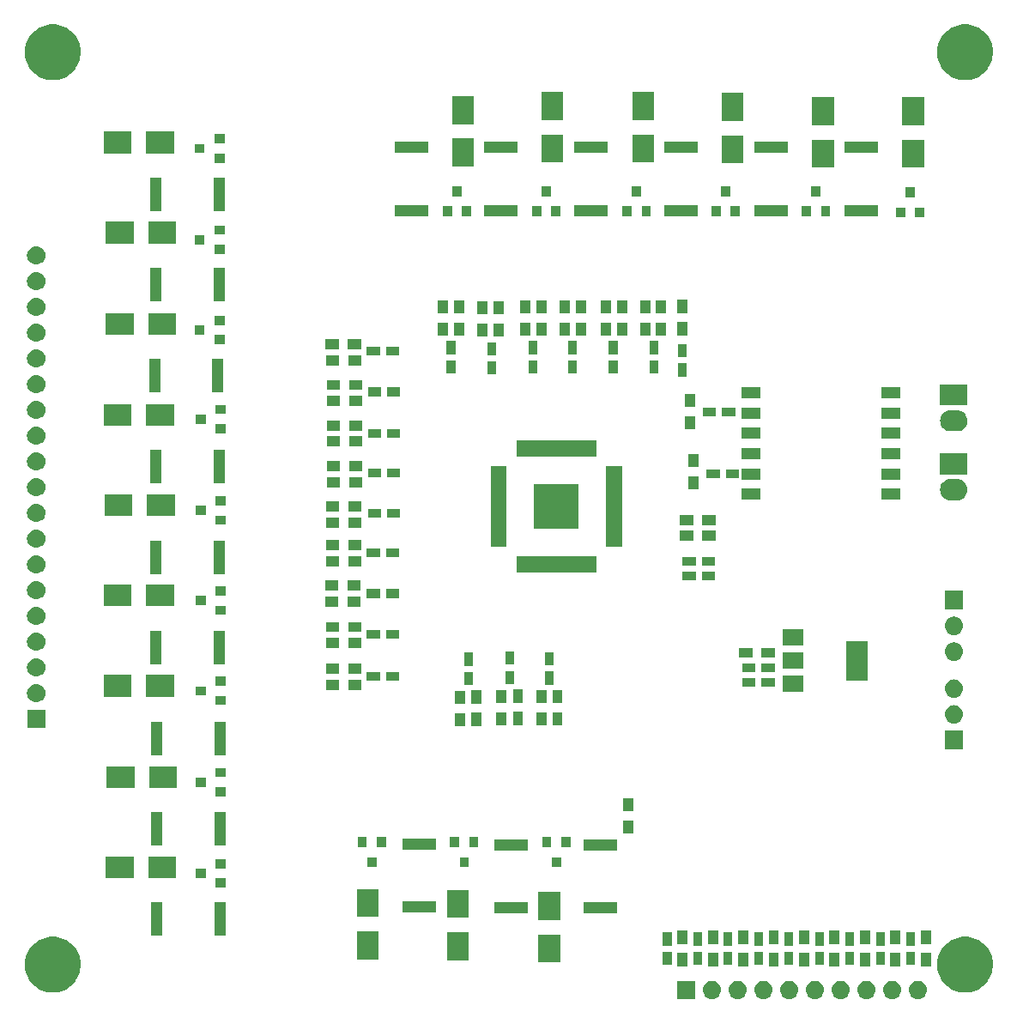
<source format=gbr>
G04 #@! TF.GenerationSoftware,KiCad,Pcbnew,6.0.0-rc1-unknown-5edf350~66~ubuntu18.10.1*
G04 #@! TF.CreationDate,2019-02-07T09:42:41-05:00
G04 #@! TF.ProjectId,BMS-Slave,424d532d-536c-4617-9665-2e6b69636164,V0.2*
G04 #@! TF.SameCoordinates,Original*
G04 #@! TF.FileFunction,Soldermask,Top*
G04 #@! TF.FilePolarity,Negative*
%FSLAX46Y46*%
G04 Gerber Fmt 4.6, Leading zero omitted, Abs format (unit mm)*
G04 Created by KiCad (PCBNEW 6.0.0-rc1-unknown-5edf350~66~ubuntu18.10.1) date 2019-02-07 09:42:41*
%MOMM*%
%LPD*%
G04 APERTURE LIST*
%ADD10C,0.100000*%
G04 APERTURE END LIST*
D10*
G36*
X90470442Y-96605518D02*
G01*
X90536627Y-96612037D01*
X90706466Y-96663557D01*
X90862991Y-96747222D01*
X90898729Y-96776552D01*
X91000186Y-96859814D01*
X91083448Y-96961271D01*
X91112778Y-96997009D01*
X91196443Y-97153534D01*
X91247963Y-97323373D01*
X91265359Y-97500000D01*
X91247963Y-97676627D01*
X91196443Y-97846466D01*
X91112778Y-98002991D01*
X91083448Y-98038729D01*
X91000186Y-98140186D01*
X90898729Y-98223448D01*
X90862991Y-98252778D01*
X90706466Y-98336443D01*
X90536627Y-98387963D01*
X90470442Y-98394482D01*
X90404260Y-98401000D01*
X90315740Y-98401000D01*
X90249558Y-98394482D01*
X90183373Y-98387963D01*
X90013534Y-98336443D01*
X89857009Y-98252778D01*
X89821271Y-98223448D01*
X89719814Y-98140186D01*
X89636552Y-98038729D01*
X89607222Y-98002991D01*
X89523557Y-97846466D01*
X89472037Y-97676627D01*
X89454641Y-97500000D01*
X89472037Y-97323373D01*
X89523557Y-97153534D01*
X89607222Y-96997009D01*
X89636552Y-96961271D01*
X89719814Y-96859814D01*
X89821271Y-96776552D01*
X89857009Y-96747222D01*
X90013534Y-96663557D01*
X90183373Y-96612037D01*
X90249558Y-96605518D01*
X90315740Y-96599000D01*
X90404260Y-96599000D01*
X90470442Y-96605518D01*
X90470442Y-96605518D01*
G37*
G36*
X87930442Y-96605518D02*
G01*
X87996627Y-96612037D01*
X88166466Y-96663557D01*
X88322991Y-96747222D01*
X88358729Y-96776552D01*
X88460186Y-96859814D01*
X88543448Y-96961271D01*
X88572778Y-96997009D01*
X88656443Y-97153534D01*
X88707963Y-97323373D01*
X88725359Y-97500000D01*
X88707963Y-97676627D01*
X88656443Y-97846466D01*
X88572778Y-98002991D01*
X88543448Y-98038729D01*
X88460186Y-98140186D01*
X88358729Y-98223448D01*
X88322991Y-98252778D01*
X88166466Y-98336443D01*
X87996627Y-98387963D01*
X87930442Y-98394482D01*
X87864260Y-98401000D01*
X87775740Y-98401000D01*
X87709558Y-98394482D01*
X87643373Y-98387963D01*
X87473534Y-98336443D01*
X87317009Y-98252778D01*
X87281271Y-98223448D01*
X87179814Y-98140186D01*
X87096552Y-98038729D01*
X87067222Y-98002991D01*
X86983557Y-97846466D01*
X86932037Y-97676627D01*
X86914641Y-97500000D01*
X86932037Y-97323373D01*
X86983557Y-97153534D01*
X87067222Y-96997009D01*
X87096552Y-96961271D01*
X87179814Y-96859814D01*
X87281271Y-96776552D01*
X87317009Y-96747222D01*
X87473534Y-96663557D01*
X87643373Y-96612037D01*
X87709558Y-96605518D01*
X87775740Y-96599000D01*
X87864260Y-96599000D01*
X87930442Y-96605518D01*
X87930442Y-96605518D01*
G37*
G36*
X68401000Y-98401000D02*
G01*
X66599000Y-98401000D01*
X66599000Y-96599000D01*
X68401000Y-96599000D01*
X68401000Y-98401000D01*
X68401000Y-98401000D01*
G37*
G36*
X70150442Y-96605518D02*
G01*
X70216627Y-96612037D01*
X70386466Y-96663557D01*
X70542991Y-96747222D01*
X70578729Y-96776552D01*
X70680186Y-96859814D01*
X70763448Y-96961271D01*
X70792778Y-96997009D01*
X70876443Y-97153534D01*
X70927963Y-97323373D01*
X70945359Y-97500000D01*
X70927963Y-97676627D01*
X70876443Y-97846466D01*
X70792778Y-98002991D01*
X70763448Y-98038729D01*
X70680186Y-98140186D01*
X70578729Y-98223448D01*
X70542991Y-98252778D01*
X70386466Y-98336443D01*
X70216627Y-98387963D01*
X70150442Y-98394482D01*
X70084260Y-98401000D01*
X69995740Y-98401000D01*
X69929558Y-98394482D01*
X69863373Y-98387963D01*
X69693534Y-98336443D01*
X69537009Y-98252778D01*
X69501271Y-98223448D01*
X69399814Y-98140186D01*
X69316552Y-98038729D01*
X69287222Y-98002991D01*
X69203557Y-97846466D01*
X69152037Y-97676627D01*
X69134641Y-97500000D01*
X69152037Y-97323373D01*
X69203557Y-97153534D01*
X69287222Y-96997009D01*
X69316552Y-96961271D01*
X69399814Y-96859814D01*
X69501271Y-96776552D01*
X69537009Y-96747222D01*
X69693534Y-96663557D01*
X69863373Y-96612037D01*
X69929558Y-96605518D01*
X69995740Y-96599000D01*
X70084260Y-96599000D01*
X70150442Y-96605518D01*
X70150442Y-96605518D01*
G37*
G36*
X72690442Y-96605518D02*
G01*
X72756627Y-96612037D01*
X72926466Y-96663557D01*
X73082991Y-96747222D01*
X73118729Y-96776552D01*
X73220186Y-96859814D01*
X73303448Y-96961271D01*
X73332778Y-96997009D01*
X73416443Y-97153534D01*
X73467963Y-97323373D01*
X73485359Y-97500000D01*
X73467963Y-97676627D01*
X73416443Y-97846466D01*
X73332778Y-98002991D01*
X73303448Y-98038729D01*
X73220186Y-98140186D01*
X73118729Y-98223448D01*
X73082991Y-98252778D01*
X72926466Y-98336443D01*
X72756627Y-98387963D01*
X72690442Y-98394482D01*
X72624260Y-98401000D01*
X72535740Y-98401000D01*
X72469558Y-98394482D01*
X72403373Y-98387963D01*
X72233534Y-98336443D01*
X72077009Y-98252778D01*
X72041271Y-98223448D01*
X71939814Y-98140186D01*
X71856552Y-98038729D01*
X71827222Y-98002991D01*
X71743557Y-97846466D01*
X71692037Y-97676627D01*
X71674641Y-97500000D01*
X71692037Y-97323373D01*
X71743557Y-97153534D01*
X71827222Y-96997009D01*
X71856552Y-96961271D01*
X71939814Y-96859814D01*
X72041271Y-96776552D01*
X72077009Y-96747222D01*
X72233534Y-96663557D01*
X72403373Y-96612037D01*
X72469558Y-96605518D01*
X72535740Y-96599000D01*
X72624260Y-96599000D01*
X72690442Y-96605518D01*
X72690442Y-96605518D01*
G37*
G36*
X75230442Y-96605518D02*
G01*
X75296627Y-96612037D01*
X75466466Y-96663557D01*
X75622991Y-96747222D01*
X75658729Y-96776552D01*
X75760186Y-96859814D01*
X75843448Y-96961271D01*
X75872778Y-96997009D01*
X75956443Y-97153534D01*
X76007963Y-97323373D01*
X76025359Y-97500000D01*
X76007963Y-97676627D01*
X75956443Y-97846466D01*
X75872778Y-98002991D01*
X75843448Y-98038729D01*
X75760186Y-98140186D01*
X75658729Y-98223448D01*
X75622991Y-98252778D01*
X75466466Y-98336443D01*
X75296627Y-98387963D01*
X75230442Y-98394482D01*
X75164260Y-98401000D01*
X75075740Y-98401000D01*
X75009558Y-98394482D01*
X74943373Y-98387963D01*
X74773534Y-98336443D01*
X74617009Y-98252778D01*
X74581271Y-98223448D01*
X74479814Y-98140186D01*
X74396552Y-98038729D01*
X74367222Y-98002991D01*
X74283557Y-97846466D01*
X74232037Y-97676627D01*
X74214641Y-97500000D01*
X74232037Y-97323373D01*
X74283557Y-97153534D01*
X74367222Y-96997009D01*
X74396552Y-96961271D01*
X74479814Y-96859814D01*
X74581271Y-96776552D01*
X74617009Y-96747222D01*
X74773534Y-96663557D01*
X74943373Y-96612037D01*
X75009558Y-96605518D01*
X75075740Y-96599000D01*
X75164260Y-96599000D01*
X75230442Y-96605518D01*
X75230442Y-96605518D01*
G37*
G36*
X80310442Y-96605518D02*
G01*
X80376627Y-96612037D01*
X80546466Y-96663557D01*
X80702991Y-96747222D01*
X80738729Y-96776552D01*
X80840186Y-96859814D01*
X80923448Y-96961271D01*
X80952778Y-96997009D01*
X81036443Y-97153534D01*
X81087963Y-97323373D01*
X81105359Y-97500000D01*
X81087963Y-97676627D01*
X81036443Y-97846466D01*
X80952778Y-98002991D01*
X80923448Y-98038729D01*
X80840186Y-98140186D01*
X80738729Y-98223448D01*
X80702991Y-98252778D01*
X80546466Y-98336443D01*
X80376627Y-98387963D01*
X80310442Y-98394482D01*
X80244260Y-98401000D01*
X80155740Y-98401000D01*
X80089558Y-98394482D01*
X80023373Y-98387963D01*
X79853534Y-98336443D01*
X79697009Y-98252778D01*
X79661271Y-98223448D01*
X79559814Y-98140186D01*
X79476552Y-98038729D01*
X79447222Y-98002991D01*
X79363557Y-97846466D01*
X79312037Y-97676627D01*
X79294641Y-97500000D01*
X79312037Y-97323373D01*
X79363557Y-97153534D01*
X79447222Y-96997009D01*
X79476552Y-96961271D01*
X79559814Y-96859814D01*
X79661271Y-96776552D01*
X79697009Y-96747222D01*
X79853534Y-96663557D01*
X80023373Y-96612037D01*
X80089558Y-96605518D01*
X80155740Y-96599000D01*
X80244260Y-96599000D01*
X80310442Y-96605518D01*
X80310442Y-96605518D01*
G37*
G36*
X77770442Y-96605518D02*
G01*
X77836627Y-96612037D01*
X78006466Y-96663557D01*
X78162991Y-96747222D01*
X78198729Y-96776552D01*
X78300186Y-96859814D01*
X78383448Y-96961271D01*
X78412778Y-96997009D01*
X78496443Y-97153534D01*
X78547963Y-97323373D01*
X78565359Y-97500000D01*
X78547963Y-97676627D01*
X78496443Y-97846466D01*
X78412778Y-98002991D01*
X78383448Y-98038729D01*
X78300186Y-98140186D01*
X78198729Y-98223448D01*
X78162991Y-98252778D01*
X78006466Y-98336443D01*
X77836627Y-98387963D01*
X77770442Y-98394482D01*
X77704260Y-98401000D01*
X77615740Y-98401000D01*
X77549558Y-98394482D01*
X77483373Y-98387963D01*
X77313534Y-98336443D01*
X77157009Y-98252778D01*
X77121271Y-98223448D01*
X77019814Y-98140186D01*
X76936552Y-98038729D01*
X76907222Y-98002991D01*
X76823557Y-97846466D01*
X76772037Y-97676627D01*
X76754641Y-97500000D01*
X76772037Y-97323373D01*
X76823557Y-97153534D01*
X76907222Y-96997009D01*
X76936552Y-96961271D01*
X77019814Y-96859814D01*
X77121271Y-96776552D01*
X77157009Y-96747222D01*
X77313534Y-96663557D01*
X77483373Y-96612037D01*
X77549558Y-96605518D01*
X77615740Y-96599000D01*
X77704260Y-96599000D01*
X77770442Y-96605518D01*
X77770442Y-96605518D01*
G37*
G36*
X85390442Y-96605518D02*
G01*
X85456627Y-96612037D01*
X85626466Y-96663557D01*
X85782991Y-96747222D01*
X85818729Y-96776552D01*
X85920186Y-96859814D01*
X86003448Y-96961271D01*
X86032778Y-96997009D01*
X86116443Y-97153534D01*
X86167963Y-97323373D01*
X86185359Y-97500000D01*
X86167963Y-97676627D01*
X86116443Y-97846466D01*
X86032778Y-98002991D01*
X86003448Y-98038729D01*
X85920186Y-98140186D01*
X85818729Y-98223448D01*
X85782991Y-98252778D01*
X85626466Y-98336443D01*
X85456627Y-98387963D01*
X85390442Y-98394482D01*
X85324260Y-98401000D01*
X85235740Y-98401000D01*
X85169558Y-98394482D01*
X85103373Y-98387963D01*
X84933534Y-98336443D01*
X84777009Y-98252778D01*
X84741271Y-98223448D01*
X84639814Y-98140186D01*
X84556552Y-98038729D01*
X84527222Y-98002991D01*
X84443557Y-97846466D01*
X84392037Y-97676627D01*
X84374641Y-97500000D01*
X84392037Y-97323373D01*
X84443557Y-97153534D01*
X84527222Y-96997009D01*
X84556552Y-96961271D01*
X84639814Y-96859814D01*
X84741271Y-96776552D01*
X84777009Y-96747222D01*
X84933534Y-96663557D01*
X85103373Y-96612037D01*
X85169558Y-96605518D01*
X85235740Y-96599000D01*
X85324260Y-96599000D01*
X85390442Y-96605518D01*
X85390442Y-96605518D01*
G37*
G36*
X82850442Y-96605518D02*
G01*
X82916627Y-96612037D01*
X83086466Y-96663557D01*
X83242991Y-96747222D01*
X83278729Y-96776552D01*
X83380186Y-96859814D01*
X83463448Y-96961271D01*
X83492778Y-96997009D01*
X83576443Y-97153534D01*
X83627963Y-97323373D01*
X83645359Y-97500000D01*
X83627963Y-97676627D01*
X83576443Y-97846466D01*
X83492778Y-98002991D01*
X83463448Y-98038729D01*
X83380186Y-98140186D01*
X83278729Y-98223448D01*
X83242991Y-98252778D01*
X83086466Y-98336443D01*
X82916627Y-98387963D01*
X82850442Y-98394482D01*
X82784260Y-98401000D01*
X82695740Y-98401000D01*
X82629558Y-98394482D01*
X82563373Y-98387963D01*
X82393534Y-98336443D01*
X82237009Y-98252778D01*
X82201271Y-98223448D01*
X82099814Y-98140186D01*
X82016552Y-98038729D01*
X81987222Y-98002991D01*
X81903557Y-97846466D01*
X81852037Y-97676627D01*
X81834641Y-97500000D01*
X81852037Y-97323373D01*
X81903557Y-97153534D01*
X81987222Y-96997009D01*
X82016552Y-96961271D01*
X82099814Y-96859814D01*
X82201271Y-96776552D01*
X82237009Y-96747222D01*
X82393534Y-96663557D01*
X82563373Y-96612037D01*
X82629558Y-96605518D01*
X82695740Y-96599000D01*
X82784260Y-96599000D01*
X82850442Y-96605518D01*
X82850442Y-96605518D01*
G37*
G36*
X5536693Y-92301859D02*
G01*
X5802437Y-92354719D01*
X6303087Y-92562095D01*
X6483561Y-92682684D01*
X6753660Y-92863158D01*
X7136842Y-93246340D01*
X7317316Y-93516439D01*
X7437905Y-93696913D01*
X7571363Y-94019109D01*
X7645281Y-94197564D01*
X7751000Y-94729049D01*
X7751000Y-95270951D01*
X7715186Y-95451000D01*
X7645281Y-95802437D01*
X7437905Y-96303087D01*
X7381521Y-96387471D01*
X7136842Y-96753660D01*
X6753660Y-97136842D01*
X6490774Y-97312496D01*
X6303087Y-97437905D01*
X5802437Y-97645281D01*
X5536694Y-97698140D01*
X5270951Y-97751000D01*
X4729049Y-97751000D01*
X4463306Y-97698140D01*
X4197563Y-97645281D01*
X3696913Y-97437905D01*
X3509226Y-97312496D01*
X3246340Y-97136842D01*
X2863158Y-96753660D01*
X2618479Y-96387471D01*
X2562095Y-96303087D01*
X2354719Y-95802437D01*
X2284814Y-95451000D01*
X2249000Y-95270951D01*
X2249000Y-94729049D01*
X2354719Y-94197564D01*
X2428637Y-94019109D01*
X2562095Y-93696913D01*
X2682684Y-93516439D01*
X2863158Y-93246340D01*
X3246340Y-92863158D01*
X3516439Y-92682684D01*
X3696913Y-92562095D01*
X4197563Y-92354719D01*
X4463307Y-92301859D01*
X4729049Y-92249000D01*
X5270951Y-92249000D01*
X5536693Y-92301859D01*
X5536693Y-92301859D01*
G37*
G36*
X95536693Y-92301859D02*
G01*
X95802437Y-92354719D01*
X96303087Y-92562095D01*
X96483561Y-92682684D01*
X96753660Y-92863158D01*
X97136842Y-93246340D01*
X97317316Y-93516439D01*
X97437905Y-93696913D01*
X97571363Y-94019109D01*
X97645281Y-94197564D01*
X97751000Y-94729049D01*
X97751000Y-95270951D01*
X97715186Y-95451000D01*
X97645281Y-95802437D01*
X97437905Y-96303087D01*
X97381521Y-96387471D01*
X97136842Y-96753660D01*
X96753660Y-97136842D01*
X96490774Y-97312496D01*
X96303087Y-97437905D01*
X95802437Y-97645281D01*
X95536693Y-97698141D01*
X95270951Y-97751000D01*
X94729049Y-97751000D01*
X94463306Y-97698140D01*
X94197563Y-97645281D01*
X93696913Y-97437905D01*
X93509226Y-97312496D01*
X93246340Y-97136842D01*
X92863158Y-96753660D01*
X92618479Y-96387471D01*
X92562095Y-96303087D01*
X92354719Y-95802437D01*
X92284814Y-95451000D01*
X92249000Y-95270951D01*
X92249000Y-94729049D01*
X92354719Y-94197564D01*
X92428637Y-94019109D01*
X92562095Y-93696913D01*
X92682684Y-93516439D01*
X92863158Y-93246340D01*
X93246340Y-92863158D01*
X93516439Y-92682684D01*
X93696913Y-92562095D01*
X94197563Y-92354719D01*
X94463307Y-92301859D01*
X94729049Y-92249000D01*
X95270951Y-92249000D01*
X95536693Y-92301859D01*
X95536693Y-92301859D01*
G37*
G36*
X91638240Y-95161480D02*
G01*
X90636240Y-95161480D01*
X90636240Y-93859480D01*
X91638240Y-93859480D01*
X91638240Y-95161480D01*
X91638240Y-95161480D01*
G37*
G36*
X76638240Y-95161480D02*
G01*
X75636240Y-95161480D01*
X75636240Y-93859480D01*
X76638240Y-93859480D01*
X76638240Y-95161480D01*
X76638240Y-95161480D01*
G37*
G36*
X73638240Y-95161480D02*
G01*
X72636240Y-95161480D01*
X72636240Y-93859480D01*
X73638240Y-93859480D01*
X73638240Y-95161480D01*
X73638240Y-95161480D01*
G37*
G36*
X79638240Y-95161480D02*
G01*
X78636240Y-95161480D01*
X78636240Y-93859480D01*
X79638240Y-93859480D01*
X79638240Y-95161480D01*
X79638240Y-95161480D01*
G37*
G36*
X70638240Y-95161480D02*
G01*
X69636240Y-95161480D01*
X69636240Y-93859480D01*
X70638240Y-93859480D01*
X70638240Y-95161480D01*
X70638240Y-95161480D01*
G37*
G36*
X82638240Y-95161480D02*
G01*
X81636240Y-95161480D01*
X81636240Y-93859480D01*
X82638240Y-93859480D01*
X82638240Y-95161480D01*
X82638240Y-95161480D01*
G37*
G36*
X67638240Y-95161480D02*
G01*
X66636240Y-95161480D01*
X66636240Y-93859480D01*
X67638240Y-93859480D01*
X67638240Y-95161480D01*
X67638240Y-95161480D01*
G37*
G36*
X85638240Y-95161480D02*
G01*
X84636240Y-95161480D01*
X84636240Y-93859480D01*
X85638240Y-93859480D01*
X85638240Y-95161480D01*
X85638240Y-95161480D01*
G37*
G36*
X88638240Y-95161480D02*
G01*
X87636240Y-95161480D01*
X87636240Y-93859480D01*
X88638240Y-93859480D01*
X88638240Y-95161480D01*
X88638240Y-95161480D01*
G37*
G36*
X87063240Y-95011480D02*
G01*
X86211240Y-95011480D01*
X86211240Y-93709480D01*
X87063240Y-93709480D01*
X87063240Y-95011480D01*
X87063240Y-95011480D01*
G37*
G36*
X90063240Y-95011480D02*
G01*
X89211240Y-95011480D01*
X89211240Y-93709480D01*
X90063240Y-93709480D01*
X90063240Y-95011480D01*
X90063240Y-95011480D01*
G37*
G36*
X84063240Y-95011480D02*
G01*
X83211240Y-95011480D01*
X83211240Y-93709480D01*
X84063240Y-93709480D01*
X84063240Y-95011480D01*
X84063240Y-95011480D01*
G37*
G36*
X81063240Y-95011480D02*
G01*
X80211240Y-95011480D01*
X80211240Y-93709480D01*
X81063240Y-93709480D01*
X81063240Y-95011480D01*
X81063240Y-95011480D01*
G37*
G36*
X78063240Y-95011480D02*
G01*
X77211240Y-95011480D01*
X77211240Y-93709480D01*
X78063240Y-93709480D01*
X78063240Y-95011480D01*
X78063240Y-95011480D01*
G37*
G36*
X75063240Y-95011480D02*
G01*
X74211240Y-95011480D01*
X74211240Y-93709480D01*
X75063240Y-93709480D01*
X75063240Y-95011480D01*
X75063240Y-95011480D01*
G37*
G36*
X72063240Y-95011480D02*
G01*
X71211240Y-95011480D01*
X71211240Y-93709480D01*
X72063240Y-93709480D01*
X72063240Y-95011480D01*
X72063240Y-95011480D01*
G37*
G36*
X69063240Y-95011480D02*
G01*
X68211240Y-95011480D01*
X68211240Y-93709480D01*
X69063240Y-93709480D01*
X69063240Y-95011480D01*
X69063240Y-95011480D01*
G37*
G36*
X66063240Y-95011480D02*
G01*
X65211240Y-95011480D01*
X65211240Y-93709480D01*
X66063240Y-93709480D01*
X66063240Y-95011480D01*
X66063240Y-95011480D01*
G37*
G36*
X55066000Y-94766000D02*
G01*
X52934000Y-94766000D01*
X52934000Y-92014000D01*
X55066000Y-92014000D01*
X55066000Y-94766000D01*
X55066000Y-94766000D01*
G37*
G36*
X46066000Y-94566000D02*
G01*
X43934000Y-94566000D01*
X43934000Y-91814000D01*
X46066000Y-91814000D01*
X46066000Y-94566000D01*
X46066000Y-94566000D01*
G37*
G36*
X37166000Y-94466000D02*
G01*
X35034000Y-94466000D01*
X35034000Y-91714000D01*
X37166000Y-91714000D01*
X37166000Y-94466000D01*
X37166000Y-94466000D01*
G37*
G36*
X72063240Y-93111480D02*
G01*
X71211240Y-93111480D01*
X71211240Y-91809480D01*
X72063240Y-91809480D01*
X72063240Y-93111480D01*
X72063240Y-93111480D01*
G37*
G36*
X90063240Y-93111480D02*
G01*
X89211240Y-93111480D01*
X89211240Y-91809480D01*
X90063240Y-91809480D01*
X90063240Y-93111480D01*
X90063240Y-93111480D01*
G37*
G36*
X87063240Y-93111480D02*
G01*
X86211240Y-93111480D01*
X86211240Y-91809480D01*
X87063240Y-91809480D01*
X87063240Y-93111480D01*
X87063240Y-93111480D01*
G37*
G36*
X84063240Y-93111480D02*
G01*
X83211240Y-93111480D01*
X83211240Y-91809480D01*
X84063240Y-91809480D01*
X84063240Y-93111480D01*
X84063240Y-93111480D01*
G37*
G36*
X66063240Y-93111480D02*
G01*
X65211240Y-93111480D01*
X65211240Y-91809480D01*
X66063240Y-91809480D01*
X66063240Y-93111480D01*
X66063240Y-93111480D01*
G37*
G36*
X81063240Y-93111480D02*
G01*
X80211240Y-93111480D01*
X80211240Y-91809480D01*
X81063240Y-91809480D01*
X81063240Y-93111480D01*
X81063240Y-93111480D01*
G37*
G36*
X69063240Y-93111480D02*
G01*
X68211240Y-93111480D01*
X68211240Y-91809480D01*
X69063240Y-91809480D01*
X69063240Y-93111480D01*
X69063240Y-93111480D01*
G37*
G36*
X78063240Y-93111480D02*
G01*
X77211240Y-93111480D01*
X77211240Y-91809480D01*
X78063240Y-91809480D01*
X78063240Y-93111480D01*
X78063240Y-93111480D01*
G37*
G36*
X75063240Y-93111480D02*
G01*
X74211240Y-93111480D01*
X74211240Y-91809480D01*
X75063240Y-91809480D01*
X75063240Y-93111480D01*
X75063240Y-93111480D01*
G37*
G36*
X91638240Y-92961480D02*
G01*
X90636240Y-92961480D01*
X90636240Y-91659480D01*
X91638240Y-91659480D01*
X91638240Y-92961480D01*
X91638240Y-92961480D01*
G37*
G36*
X76638240Y-92961480D02*
G01*
X75636240Y-92961480D01*
X75636240Y-91659480D01*
X76638240Y-91659480D01*
X76638240Y-92961480D01*
X76638240Y-92961480D01*
G37*
G36*
X73638240Y-92961480D02*
G01*
X72636240Y-92961480D01*
X72636240Y-91659480D01*
X73638240Y-91659480D01*
X73638240Y-92961480D01*
X73638240Y-92961480D01*
G37*
G36*
X82638240Y-92961480D02*
G01*
X81636240Y-92961480D01*
X81636240Y-91659480D01*
X82638240Y-91659480D01*
X82638240Y-92961480D01*
X82638240Y-92961480D01*
G37*
G36*
X88638240Y-92961480D02*
G01*
X87636240Y-92961480D01*
X87636240Y-91659480D01*
X88638240Y-91659480D01*
X88638240Y-92961480D01*
X88638240Y-92961480D01*
G37*
G36*
X67638240Y-92961480D02*
G01*
X66636240Y-92961480D01*
X66636240Y-91659480D01*
X67638240Y-91659480D01*
X67638240Y-92961480D01*
X67638240Y-92961480D01*
G37*
G36*
X85638240Y-92961480D02*
G01*
X84636240Y-92961480D01*
X84636240Y-91659480D01*
X85638240Y-91659480D01*
X85638240Y-92961480D01*
X85638240Y-92961480D01*
G37*
G36*
X70638240Y-92961480D02*
G01*
X69636240Y-92961480D01*
X69636240Y-91659480D01*
X70638240Y-91659480D01*
X70638240Y-92961480D01*
X70638240Y-92961480D01*
G37*
G36*
X79638240Y-92961480D02*
G01*
X78636240Y-92961480D01*
X78636240Y-91659480D01*
X79638240Y-91659480D01*
X79638240Y-92961480D01*
X79638240Y-92961480D01*
G37*
G36*
X15851000Y-92151000D02*
G01*
X14749000Y-92151000D01*
X14749000Y-88849000D01*
X15851000Y-88849000D01*
X15851000Y-92151000D01*
X15851000Y-92151000D01*
G37*
G36*
X22051000Y-92151000D02*
G01*
X20949000Y-92151000D01*
X20949000Y-88849000D01*
X22051000Y-88849000D01*
X22051000Y-92151000D01*
X22051000Y-92151000D01*
G37*
G36*
X55066000Y-90586000D02*
G01*
X52934000Y-90586000D01*
X52934000Y-87834000D01*
X55066000Y-87834000D01*
X55066000Y-90586000D01*
X55066000Y-90586000D01*
G37*
G36*
X46066000Y-90386000D02*
G01*
X43934000Y-90386000D01*
X43934000Y-87634000D01*
X46066000Y-87634000D01*
X46066000Y-90386000D01*
X46066000Y-90386000D01*
G37*
G36*
X37166000Y-90286000D02*
G01*
X35034000Y-90286000D01*
X35034000Y-87534000D01*
X37166000Y-87534000D01*
X37166000Y-90286000D01*
X37166000Y-90286000D01*
G37*
G36*
X51851000Y-89951000D02*
G01*
X48549000Y-89951000D01*
X48549000Y-88849000D01*
X51851000Y-88849000D01*
X51851000Y-89951000D01*
X51851000Y-89951000D01*
G37*
G36*
X60651000Y-89951000D02*
G01*
X57349000Y-89951000D01*
X57349000Y-88849000D01*
X60651000Y-88849000D01*
X60651000Y-89951000D01*
X60651000Y-89951000D01*
G37*
G36*
X42851000Y-89851000D02*
G01*
X39549000Y-89851000D01*
X39549000Y-88749000D01*
X42851000Y-88749000D01*
X42851000Y-89851000D01*
X42851000Y-89851000D01*
G37*
G36*
X22101000Y-87401000D02*
G01*
X21099000Y-87401000D01*
X21099000Y-86499000D01*
X22101000Y-86499000D01*
X22101000Y-87401000D01*
X22101000Y-87401000D01*
G37*
G36*
X12986000Y-86466000D02*
G01*
X10234000Y-86466000D01*
X10234000Y-84334000D01*
X12986000Y-84334000D01*
X12986000Y-86466000D01*
X12986000Y-86466000D01*
G37*
G36*
X17166000Y-86466000D02*
G01*
X14414000Y-86466000D01*
X14414000Y-84334000D01*
X17166000Y-84334000D01*
X17166000Y-86466000D01*
X17166000Y-86466000D01*
G37*
G36*
X20101000Y-86451000D02*
G01*
X19099000Y-86451000D01*
X19099000Y-85549000D01*
X20101000Y-85549000D01*
X20101000Y-86451000D01*
X20101000Y-86451000D01*
G37*
G36*
X22101000Y-85501000D02*
G01*
X21099000Y-85501000D01*
X21099000Y-84599000D01*
X22101000Y-84599000D01*
X22101000Y-85501000D01*
X22101000Y-85501000D01*
G37*
G36*
X55151000Y-85401000D02*
G01*
X54249000Y-85401000D01*
X54249000Y-84399000D01*
X55151000Y-84399000D01*
X55151000Y-85401000D01*
X55151000Y-85401000D01*
G37*
G36*
X46051000Y-85401000D02*
G01*
X45149000Y-85401000D01*
X45149000Y-84399000D01*
X46051000Y-84399000D01*
X46051000Y-85401000D01*
X46051000Y-85401000D01*
G37*
G36*
X36951000Y-85401000D02*
G01*
X36049000Y-85401000D01*
X36049000Y-84399000D01*
X36951000Y-84399000D01*
X36951000Y-85401000D01*
X36951000Y-85401000D01*
G37*
G36*
X60651000Y-83751000D02*
G01*
X57349000Y-83751000D01*
X57349000Y-82649000D01*
X60651000Y-82649000D01*
X60651000Y-83751000D01*
X60651000Y-83751000D01*
G37*
G36*
X51851000Y-83751000D02*
G01*
X48549000Y-83751000D01*
X48549000Y-82649000D01*
X51851000Y-82649000D01*
X51851000Y-83751000D01*
X51851000Y-83751000D01*
G37*
G36*
X42851000Y-83651000D02*
G01*
X39549000Y-83651000D01*
X39549000Y-82549000D01*
X42851000Y-82549000D01*
X42851000Y-83651000D01*
X42851000Y-83651000D01*
G37*
G36*
X56101000Y-83401000D02*
G01*
X55199000Y-83401000D01*
X55199000Y-82399000D01*
X56101000Y-82399000D01*
X56101000Y-83401000D01*
X56101000Y-83401000D01*
G37*
G36*
X45101000Y-83401000D02*
G01*
X44199000Y-83401000D01*
X44199000Y-82399000D01*
X45101000Y-82399000D01*
X45101000Y-83401000D01*
X45101000Y-83401000D01*
G37*
G36*
X47001000Y-83401000D02*
G01*
X46099000Y-83401000D01*
X46099000Y-82399000D01*
X47001000Y-82399000D01*
X47001000Y-83401000D01*
X47001000Y-83401000D01*
G37*
G36*
X36001000Y-83401000D02*
G01*
X35099000Y-83401000D01*
X35099000Y-82399000D01*
X36001000Y-82399000D01*
X36001000Y-83401000D01*
X36001000Y-83401000D01*
G37*
G36*
X54201000Y-83401000D02*
G01*
X53299000Y-83401000D01*
X53299000Y-82399000D01*
X54201000Y-82399000D01*
X54201000Y-83401000D01*
X54201000Y-83401000D01*
G37*
G36*
X37901000Y-83401000D02*
G01*
X36999000Y-83401000D01*
X36999000Y-82399000D01*
X37901000Y-82399000D01*
X37901000Y-83401000D01*
X37901000Y-83401000D01*
G37*
G36*
X22051000Y-83251000D02*
G01*
X20949000Y-83251000D01*
X20949000Y-79949000D01*
X22051000Y-79949000D01*
X22051000Y-83251000D01*
X22051000Y-83251000D01*
G37*
G36*
X15851000Y-83251000D02*
G01*
X14749000Y-83251000D01*
X14749000Y-79949000D01*
X15851000Y-79949000D01*
X15851000Y-83251000D01*
X15851000Y-83251000D01*
G37*
G36*
X62265280Y-82051680D02*
G01*
X61263280Y-82051680D01*
X61263280Y-80749680D01*
X62265280Y-80749680D01*
X62265280Y-82051680D01*
X62265280Y-82051680D01*
G37*
G36*
X62265280Y-79851680D02*
G01*
X61263280Y-79851680D01*
X61263280Y-78549680D01*
X62265280Y-78549680D01*
X62265280Y-79851680D01*
X62265280Y-79851680D01*
G37*
G36*
X22101000Y-78401000D02*
G01*
X21099000Y-78401000D01*
X21099000Y-77499000D01*
X22101000Y-77499000D01*
X22101000Y-78401000D01*
X22101000Y-78401000D01*
G37*
G36*
X13086000Y-77566000D02*
G01*
X10334000Y-77566000D01*
X10334000Y-75434000D01*
X13086000Y-75434000D01*
X13086000Y-77566000D01*
X13086000Y-77566000D01*
G37*
G36*
X17266000Y-77566000D02*
G01*
X14514000Y-77566000D01*
X14514000Y-75434000D01*
X17266000Y-75434000D01*
X17266000Y-77566000D01*
X17266000Y-77566000D01*
G37*
G36*
X20101000Y-77451000D02*
G01*
X19099000Y-77451000D01*
X19099000Y-76549000D01*
X20101000Y-76549000D01*
X20101000Y-77451000D01*
X20101000Y-77451000D01*
G37*
G36*
X22101000Y-76501000D02*
G01*
X21099000Y-76501000D01*
X21099000Y-75599000D01*
X22101000Y-75599000D01*
X22101000Y-76501000D01*
X22101000Y-76501000D01*
G37*
G36*
X22051000Y-74351000D02*
G01*
X20949000Y-74351000D01*
X20949000Y-71049000D01*
X22051000Y-71049000D01*
X22051000Y-74351000D01*
X22051000Y-74351000D01*
G37*
G36*
X15851000Y-74351000D02*
G01*
X14749000Y-74351000D01*
X14749000Y-71049000D01*
X15851000Y-71049000D01*
X15851000Y-74351000D01*
X15851000Y-74351000D01*
G37*
G36*
X94819320Y-73742520D02*
G01*
X93017320Y-73742520D01*
X93017320Y-71940520D01*
X94819320Y-71940520D01*
X94819320Y-73742520D01*
X94819320Y-73742520D01*
G37*
G36*
X4279200Y-71665400D02*
G01*
X2477200Y-71665400D01*
X2477200Y-69863400D01*
X4279200Y-69863400D01*
X4279200Y-71665400D01*
X4279200Y-71665400D01*
G37*
G36*
X45717960Y-71482600D02*
G01*
X44715960Y-71482600D01*
X44715960Y-70180600D01*
X45717960Y-70180600D01*
X45717960Y-71482600D01*
X45717960Y-71482600D01*
G37*
G36*
X47301000Y-71451000D02*
G01*
X46299000Y-71451000D01*
X46299000Y-70149000D01*
X47301000Y-70149000D01*
X47301000Y-71451000D01*
X47301000Y-71451000D01*
G37*
G36*
X55301000Y-71429920D02*
G01*
X54299000Y-71429920D01*
X54299000Y-70127920D01*
X55301000Y-70127920D01*
X55301000Y-71429920D01*
X55301000Y-71429920D01*
G37*
G36*
X53767480Y-71419760D02*
G01*
X52765480Y-71419760D01*
X52765480Y-70117760D01*
X53767480Y-70117760D01*
X53767480Y-71419760D01*
X53767480Y-71419760D01*
G37*
G36*
X49779080Y-71396720D02*
G01*
X48777080Y-71396720D01*
X48777080Y-70094720D01*
X49779080Y-70094720D01*
X49779080Y-71396720D01*
X49779080Y-71396720D01*
G37*
G36*
X51401000Y-71368960D02*
G01*
X50399000Y-71368960D01*
X50399000Y-70066960D01*
X51401000Y-70066960D01*
X51401000Y-71368960D01*
X51401000Y-71368960D01*
G37*
G36*
X94028763Y-69407039D02*
G01*
X94094947Y-69413557D01*
X94264786Y-69465077D01*
X94421311Y-69548742D01*
X94457049Y-69578072D01*
X94558506Y-69661334D01*
X94641768Y-69762791D01*
X94671098Y-69798529D01*
X94754763Y-69955054D01*
X94806283Y-70124893D01*
X94823679Y-70301520D01*
X94806283Y-70478147D01*
X94754763Y-70647986D01*
X94671098Y-70804511D01*
X94641768Y-70840249D01*
X94558506Y-70941706D01*
X94457049Y-71024968D01*
X94421311Y-71054298D01*
X94264786Y-71137963D01*
X94094947Y-71189483D01*
X94028762Y-71196002D01*
X93962580Y-71202520D01*
X93874060Y-71202520D01*
X93807878Y-71196002D01*
X93741693Y-71189483D01*
X93571854Y-71137963D01*
X93415329Y-71054298D01*
X93379591Y-71024968D01*
X93278134Y-70941706D01*
X93194872Y-70840249D01*
X93165542Y-70804511D01*
X93081877Y-70647986D01*
X93030357Y-70478147D01*
X93012961Y-70301520D01*
X93030357Y-70124893D01*
X93081877Y-69955054D01*
X93165542Y-69798529D01*
X93194872Y-69762791D01*
X93278134Y-69661334D01*
X93379591Y-69578072D01*
X93415329Y-69548742D01*
X93571854Y-69465077D01*
X93741693Y-69413557D01*
X93807877Y-69407039D01*
X93874060Y-69400520D01*
X93962580Y-69400520D01*
X94028763Y-69407039D01*
X94028763Y-69407039D01*
G37*
G36*
X22101000Y-69401000D02*
G01*
X21099000Y-69401000D01*
X21099000Y-68499000D01*
X22101000Y-68499000D01*
X22101000Y-69401000D01*
X22101000Y-69401000D01*
G37*
G36*
X45717960Y-69282600D02*
G01*
X44715960Y-69282600D01*
X44715960Y-67980600D01*
X45717960Y-67980600D01*
X45717960Y-69282600D01*
X45717960Y-69282600D01*
G37*
G36*
X47301000Y-69251000D02*
G01*
X46299000Y-69251000D01*
X46299000Y-67949000D01*
X47301000Y-67949000D01*
X47301000Y-69251000D01*
X47301000Y-69251000D01*
G37*
G36*
X55301000Y-69229920D02*
G01*
X54299000Y-69229920D01*
X54299000Y-67927920D01*
X55301000Y-67927920D01*
X55301000Y-69229920D01*
X55301000Y-69229920D01*
G37*
G36*
X53767480Y-69219760D02*
G01*
X52765480Y-69219760D01*
X52765480Y-67917760D01*
X53767480Y-67917760D01*
X53767480Y-69219760D01*
X53767480Y-69219760D01*
G37*
G36*
X49779080Y-69196720D02*
G01*
X48777080Y-69196720D01*
X48777080Y-67894720D01*
X49779080Y-67894720D01*
X49779080Y-69196720D01*
X49779080Y-69196720D01*
G37*
G36*
X51401000Y-69168960D02*
G01*
X50399000Y-69168960D01*
X50399000Y-67866960D01*
X51401000Y-67866960D01*
X51401000Y-69168960D01*
X51401000Y-69168960D01*
G37*
G36*
X3488643Y-67329919D02*
G01*
X3554827Y-67336437D01*
X3724666Y-67387957D01*
X3881191Y-67471622D01*
X3916929Y-67500952D01*
X4018386Y-67584214D01*
X4101648Y-67685671D01*
X4130978Y-67721409D01*
X4214643Y-67877934D01*
X4266163Y-68047773D01*
X4283559Y-68224400D01*
X4266163Y-68401027D01*
X4214643Y-68570866D01*
X4130978Y-68727391D01*
X4101648Y-68763129D01*
X4018386Y-68864586D01*
X3916929Y-68947848D01*
X3881191Y-68977178D01*
X3724666Y-69060843D01*
X3554827Y-69112363D01*
X3488643Y-69118881D01*
X3422460Y-69125400D01*
X3333940Y-69125400D01*
X3267757Y-69118881D01*
X3201573Y-69112363D01*
X3031734Y-69060843D01*
X2875209Y-68977178D01*
X2839471Y-68947848D01*
X2738014Y-68864586D01*
X2654752Y-68763129D01*
X2625422Y-68727391D01*
X2541757Y-68570866D01*
X2490237Y-68401027D01*
X2472841Y-68224400D01*
X2490237Y-68047773D01*
X2541757Y-67877934D01*
X2625422Y-67721409D01*
X2654752Y-67685671D01*
X2738014Y-67584214D01*
X2839471Y-67500952D01*
X2875209Y-67471622D01*
X3031734Y-67387957D01*
X3201573Y-67336437D01*
X3267757Y-67329919D01*
X3333940Y-67323400D01*
X3422460Y-67323400D01*
X3488643Y-67329919D01*
X3488643Y-67329919D01*
G37*
G36*
X94028763Y-66867039D02*
G01*
X94094947Y-66873557D01*
X94264786Y-66925077D01*
X94421311Y-67008742D01*
X94457049Y-67038072D01*
X94558506Y-67121334D01*
X94641768Y-67222791D01*
X94671098Y-67258529D01*
X94754763Y-67415054D01*
X94806283Y-67584893D01*
X94823679Y-67761520D01*
X94806283Y-67938147D01*
X94754763Y-68107986D01*
X94671098Y-68264511D01*
X94641768Y-68300249D01*
X94558506Y-68401706D01*
X94457049Y-68484968D01*
X94421311Y-68514298D01*
X94264786Y-68597963D01*
X94094947Y-68649483D01*
X94028763Y-68656001D01*
X93962580Y-68662520D01*
X93874060Y-68662520D01*
X93807877Y-68656001D01*
X93741693Y-68649483D01*
X93571854Y-68597963D01*
X93415329Y-68514298D01*
X93379591Y-68484968D01*
X93278134Y-68401706D01*
X93194872Y-68300249D01*
X93165542Y-68264511D01*
X93081877Y-68107986D01*
X93030357Y-67938147D01*
X93012961Y-67761520D01*
X93030357Y-67584893D01*
X93081877Y-67415054D01*
X93165542Y-67258529D01*
X93194872Y-67222791D01*
X93278134Y-67121334D01*
X93379591Y-67038072D01*
X93415329Y-67008742D01*
X93571854Y-66925077D01*
X93741693Y-66873557D01*
X93807877Y-66867039D01*
X93874060Y-66860520D01*
X93962580Y-66860520D01*
X94028763Y-66867039D01*
X94028763Y-66867039D01*
G37*
G36*
X12786000Y-68566000D02*
G01*
X10034000Y-68566000D01*
X10034000Y-66434000D01*
X12786000Y-66434000D01*
X12786000Y-68566000D01*
X12786000Y-68566000D01*
G37*
G36*
X16966000Y-68566000D02*
G01*
X14214000Y-68566000D01*
X14214000Y-66434000D01*
X16966000Y-66434000D01*
X16966000Y-68566000D01*
X16966000Y-68566000D01*
G37*
G36*
X20101000Y-68451000D02*
G01*
X19099000Y-68451000D01*
X19099000Y-67549000D01*
X20101000Y-67549000D01*
X20101000Y-68451000D01*
X20101000Y-68451000D01*
G37*
G36*
X79088320Y-68121400D02*
G01*
X76986320Y-68121400D01*
X76986320Y-66519400D01*
X79088320Y-66519400D01*
X79088320Y-68121400D01*
X79088320Y-68121400D01*
G37*
G36*
X35451000Y-67901000D02*
G01*
X34149000Y-67901000D01*
X34149000Y-66899000D01*
X35451000Y-66899000D01*
X35451000Y-67901000D01*
X35451000Y-67901000D01*
G37*
G36*
X33251000Y-67901000D02*
G01*
X31949000Y-67901000D01*
X31949000Y-66899000D01*
X33251000Y-66899000D01*
X33251000Y-67901000D01*
X33251000Y-67901000D01*
G37*
G36*
X76235120Y-67559680D02*
G01*
X74933120Y-67559680D01*
X74933120Y-66707680D01*
X76235120Y-66707680D01*
X76235120Y-67559680D01*
X76235120Y-67559680D01*
G37*
G36*
X74335120Y-67559680D02*
G01*
X73033120Y-67559680D01*
X73033120Y-66707680D01*
X74335120Y-66707680D01*
X74335120Y-67559680D01*
X74335120Y-67559680D01*
G37*
G36*
X22101000Y-67501000D02*
G01*
X21099000Y-67501000D01*
X21099000Y-66599000D01*
X22101000Y-66599000D01*
X22101000Y-67501000D01*
X22101000Y-67501000D01*
G37*
G36*
X46426000Y-67421000D02*
G01*
X45574000Y-67421000D01*
X45574000Y-66119000D01*
X46426000Y-66119000D01*
X46426000Y-67421000D01*
X46426000Y-67421000D01*
G37*
G36*
X54426000Y-67401000D02*
G01*
X53574000Y-67401000D01*
X53574000Y-66099000D01*
X54426000Y-66099000D01*
X54426000Y-67401000D01*
X54426000Y-67401000D01*
G37*
G36*
X50526000Y-67322600D02*
G01*
X49674000Y-67322600D01*
X49674000Y-66020600D01*
X50526000Y-66020600D01*
X50526000Y-67322600D01*
X50526000Y-67322600D01*
G37*
G36*
X39201000Y-67026000D02*
G01*
X37899000Y-67026000D01*
X37899000Y-66174000D01*
X39201000Y-66174000D01*
X39201000Y-67026000D01*
X39201000Y-67026000D01*
G37*
G36*
X37301000Y-67026000D02*
G01*
X35999000Y-67026000D01*
X35999000Y-66174000D01*
X37301000Y-66174000D01*
X37301000Y-67026000D01*
X37301000Y-67026000D01*
G37*
G36*
X85388320Y-66971400D02*
G01*
X83286320Y-66971400D01*
X83286320Y-63069400D01*
X85388320Y-63069400D01*
X85388320Y-66971400D01*
X85388320Y-66971400D01*
G37*
G36*
X3488643Y-64789919D02*
G01*
X3554827Y-64796437D01*
X3724666Y-64847957D01*
X3881191Y-64931622D01*
X3916929Y-64960952D01*
X4018386Y-65044214D01*
X4101648Y-65145671D01*
X4130978Y-65181409D01*
X4214643Y-65337934D01*
X4266163Y-65507773D01*
X4283559Y-65684400D01*
X4266163Y-65861027D01*
X4214643Y-66030866D01*
X4130978Y-66187391D01*
X4101648Y-66223129D01*
X4018386Y-66324586D01*
X3916929Y-66407848D01*
X3881191Y-66437178D01*
X3724666Y-66520843D01*
X3554827Y-66572363D01*
X3488643Y-66578881D01*
X3422460Y-66585400D01*
X3333940Y-66585400D01*
X3267757Y-66578881D01*
X3201573Y-66572363D01*
X3031734Y-66520843D01*
X2875209Y-66437178D01*
X2839471Y-66407848D01*
X2738014Y-66324586D01*
X2654752Y-66223129D01*
X2625422Y-66187391D01*
X2541757Y-66030866D01*
X2490237Y-65861027D01*
X2472841Y-65684400D01*
X2490237Y-65507773D01*
X2541757Y-65337934D01*
X2625422Y-65181409D01*
X2654752Y-65145671D01*
X2738014Y-65044214D01*
X2839471Y-64960952D01*
X2875209Y-64931622D01*
X3031734Y-64847957D01*
X3201573Y-64796437D01*
X3267757Y-64789919D01*
X3333940Y-64783400D01*
X3422460Y-64783400D01*
X3488643Y-64789919D01*
X3488643Y-64789919D01*
G37*
G36*
X35451000Y-66301000D02*
G01*
X34149000Y-66301000D01*
X34149000Y-65299000D01*
X35451000Y-65299000D01*
X35451000Y-66301000D01*
X35451000Y-66301000D01*
G37*
G36*
X33251000Y-66301000D02*
G01*
X31949000Y-66301000D01*
X31949000Y-65299000D01*
X33251000Y-65299000D01*
X33251000Y-66301000D01*
X33251000Y-66301000D01*
G37*
G36*
X74335120Y-66122040D02*
G01*
X73033120Y-66122040D01*
X73033120Y-65270040D01*
X74335120Y-65270040D01*
X74335120Y-66122040D01*
X74335120Y-66122040D01*
G37*
G36*
X76235120Y-66122040D02*
G01*
X74933120Y-66122040D01*
X74933120Y-65270040D01*
X76235120Y-65270040D01*
X76235120Y-66122040D01*
X76235120Y-66122040D01*
G37*
G36*
X79088320Y-65821400D02*
G01*
X76986320Y-65821400D01*
X76986320Y-64219400D01*
X79088320Y-64219400D01*
X79088320Y-65821400D01*
X79088320Y-65821400D01*
G37*
G36*
X46426000Y-65521000D02*
G01*
X45574000Y-65521000D01*
X45574000Y-64219000D01*
X46426000Y-64219000D01*
X46426000Y-65521000D01*
X46426000Y-65521000D01*
G37*
G36*
X54426000Y-65501000D02*
G01*
X53574000Y-65501000D01*
X53574000Y-64199000D01*
X54426000Y-64199000D01*
X54426000Y-65501000D01*
X54426000Y-65501000D01*
G37*
G36*
X50526000Y-65422600D02*
G01*
X49674000Y-65422600D01*
X49674000Y-64120600D01*
X50526000Y-64120600D01*
X50526000Y-65422600D01*
X50526000Y-65422600D01*
G37*
G36*
X21951000Y-65351000D02*
G01*
X20849000Y-65351000D01*
X20849000Y-62049000D01*
X21951000Y-62049000D01*
X21951000Y-65351000D01*
X21951000Y-65351000D01*
G37*
G36*
X15751000Y-65351000D02*
G01*
X14649000Y-65351000D01*
X14649000Y-62049000D01*
X15751000Y-62049000D01*
X15751000Y-65351000D01*
X15751000Y-65351000D01*
G37*
G36*
X94028763Y-63219599D02*
G01*
X94094947Y-63226117D01*
X94264786Y-63277637D01*
X94421311Y-63361302D01*
X94457049Y-63390632D01*
X94558506Y-63473894D01*
X94641768Y-63575351D01*
X94671098Y-63611089D01*
X94754763Y-63767614D01*
X94806283Y-63937453D01*
X94823679Y-64114080D01*
X94806283Y-64290707D01*
X94754763Y-64460546D01*
X94671098Y-64617071D01*
X94641768Y-64652809D01*
X94558506Y-64754266D01*
X94457049Y-64837528D01*
X94421311Y-64866858D01*
X94264786Y-64950523D01*
X94094947Y-65002043D01*
X94028763Y-65008561D01*
X93962580Y-65015080D01*
X93874060Y-65015080D01*
X93807877Y-65008561D01*
X93741693Y-65002043D01*
X93571854Y-64950523D01*
X93415329Y-64866858D01*
X93379591Y-64837528D01*
X93278134Y-64754266D01*
X93194872Y-64652809D01*
X93165542Y-64617071D01*
X93081877Y-64460546D01*
X93030357Y-64290707D01*
X93012961Y-64114080D01*
X93030357Y-63937453D01*
X93081877Y-63767614D01*
X93165542Y-63611089D01*
X93194872Y-63575351D01*
X93278134Y-63473894D01*
X93379591Y-63390632D01*
X93415329Y-63361302D01*
X93571854Y-63277637D01*
X93741693Y-63226117D01*
X93807877Y-63219599D01*
X93874060Y-63213080D01*
X93962580Y-63213080D01*
X94028763Y-63219599D01*
X94028763Y-63219599D01*
G37*
G36*
X76222560Y-64734000D02*
G01*
X74920560Y-64734000D01*
X74920560Y-63732000D01*
X76222560Y-63732000D01*
X76222560Y-64734000D01*
X76222560Y-64734000D01*
G37*
G36*
X74022560Y-64734000D02*
G01*
X72720560Y-64734000D01*
X72720560Y-63732000D01*
X74022560Y-63732000D01*
X74022560Y-64734000D01*
X74022560Y-64734000D01*
G37*
G36*
X3488643Y-62249919D02*
G01*
X3554827Y-62256437D01*
X3724666Y-62307957D01*
X3881191Y-62391622D01*
X3916929Y-62420952D01*
X4018386Y-62504214D01*
X4101648Y-62605671D01*
X4130978Y-62641409D01*
X4214643Y-62797934D01*
X4266163Y-62967773D01*
X4283559Y-63144400D01*
X4266163Y-63321027D01*
X4214643Y-63490866D01*
X4130978Y-63647391D01*
X4101648Y-63683129D01*
X4018386Y-63784586D01*
X3916929Y-63867848D01*
X3881191Y-63897178D01*
X3724666Y-63980843D01*
X3554827Y-64032363D01*
X3488643Y-64038881D01*
X3422460Y-64045400D01*
X3333940Y-64045400D01*
X3267757Y-64038881D01*
X3201573Y-64032363D01*
X3031734Y-63980843D01*
X2875209Y-63897178D01*
X2839471Y-63867848D01*
X2738014Y-63784586D01*
X2654752Y-63683129D01*
X2625422Y-63647391D01*
X2541757Y-63490866D01*
X2490237Y-63321027D01*
X2472841Y-63144400D01*
X2490237Y-62967773D01*
X2541757Y-62797934D01*
X2625422Y-62641409D01*
X2654752Y-62605671D01*
X2738014Y-62504214D01*
X2839471Y-62420952D01*
X2875209Y-62391622D01*
X3031734Y-62307957D01*
X3201573Y-62256437D01*
X3267757Y-62249919D01*
X3333940Y-62243400D01*
X3422460Y-62243400D01*
X3488643Y-62249919D01*
X3488643Y-62249919D01*
G37*
G36*
X33265040Y-63801000D02*
G01*
X31963040Y-63801000D01*
X31963040Y-62799000D01*
X33265040Y-62799000D01*
X33265040Y-63801000D01*
X33265040Y-63801000D01*
G37*
G36*
X35465040Y-63801000D02*
G01*
X34163040Y-63801000D01*
X34163040Y-62799000D01*
X35465040Y-62799000D01*
X35465040Y-63801000D01*
X35465040Y-63801000D01*
G37*
G36*
X79088320Y-63521400D02*
G01*
X76986320Y-63521400D01*
X76986320Y-61919400D01*
X79088320Y-61919400D01*
X79088320Y-63521400D01*
X79088320Y-63521400D01*
G37*
G36*
X39201000Y-62826000D02*
G01*
X37899000Y-62826000D01*
X37899000Y-61974000D01*
X39201000Y-61974000D01*
X39201000Y-62826000D01*
X39201000Y-62826000D01*
G37*
G36*
X37301000Y-62826000D02*
G01*
X35999000Y-62826000D01*
X35999000Y-61974000D01*
X37301000Y-61974000D01*
X37301000Y-62826000D01*
X37301000Y-62826000D01*
G37*
G36*
X94028763Y-60679599D02*
G01*
X94094947Y-60686117D01*
X94264786Y-60737637D01*
X94421311Y-60821302D01*
X94457049Y-60850632D01*
X94558506Y-60933894D01*
X94641768Y-61035351D01*
X94671098Y-61071089D01*
X94754763Y-61227614D01*
X94806283Y-61397453D01*
X94823679Y-61574080D01*
X94806283Y-61750707D01*
X94754763Y-61920546D01*
X94671098Y-62077071D01*
X94641768Y-62112809D01*
X94558506Y-62214266D01*
X94457049Y-62297528D01*
X94421311Y-62326858D01*
X94264786Y-62410523D01*
X94094947Y-62462043D01*
X94028762Y-62468562D01*
X93962580Y-62475080D01*
X93874060Y-62475080D01*
X93807878Y-62468562D01*
X93741693Y-62462043D01*
X93571854Y-62410523D01*
X93415329Y-62326858D01*
X93379591Y-62297528D01*
X93278134Y-62214266D01*
X93194872Y-62112809D01*
X93165542Y-62077071D01*
X93081877Y-61920546D01*
X93030357Y-61750707D01*
X93012961Y-61574080D01*
X93030357Y-61397453D01*
X93081877Y-61227614D01*
X93165542Y-61071089D01*
X93194872Y-61035351D01*
X93278134Y-60933894D01*
X93379591Y-60850632D01*
X93415329Y-60821302D01*
X93571854Y-60737637D01*
X93741693Y-60686117D01*
X93807877Y-60679599D01*
X93874060Y-60673080D01*
X93962580Y-60673080D01*
X94028763Y-60679599D01*
X94028763Y-60679599D01*
G37*
G36*
X35449800Y-62207400D02*
G01*
X34147800Y-62207400D01*
X34147800Y-61205400D01*
X35449800Y-61205400D01*
X35449800Y-62207400D01*
X35449800Y-62207400D01*
G37*
G36*
X33249800Y-62207400D02*
G01*
X31947800Y-62207400D01*
X31947800Y-61205400D01*
X33249800Y-61205400D01*
X33249800Y-62207400D01*
X33249800Y-62207400D01*
G37*
G36*
X3488642Y-59709918D02*
G01*
X3554827Y-59716437D01*
X3724666Y-59767957D01*
X3881191Y-59851622D01*
X3916929Y-59880952D01*
X4018386Y-59964214D01*
X4101648Y-60065671D01*
X4130978Y-60101409D01*
X4214643Y-60257934D01*
X4266163Y-60427773D01*
X4283559Y-60604400D01*
X4266163Y-60781027D01*
X4214643Y-60950866D01*
X4130978Y-61107391D01*
X4101648Y-61143129D01*
X4018386Y-61244586D01*
X3916929Y-61327848D01*
X3881191Y-61357178D01*
X3724666Y-61440843D01*
X3554827Y-61492363D01*
X3488642Y-61498882D01*
X3422460Y-61505400D01*
X3333940Y-61505400D01*
X3267758Y-61498882D01*
X3201573Y-61492363D01*
X3031734Y-61440843D01*
X2875209Y-61357178D01*
X2839471Y-61327848D01*
X2738014Y-61244586D01*
X2654752Y-61143129D01*
X2625422Y-61107391D01*
X2541757Y-60950866D01*
X2490237Y-60781027D01*
X2472841Y-60604400D01*
X2490237Y-60427773D01*
X2541757Y-60257934D01*
X2625422Y-60101409D01*
X2654752Y-60065671D01*
X2738014Y-59964214D01*
X2839471Y-59880952D01*
X2875209Y-59851622D01*
X3031734Y-59767957D01*
X3201573Y-59716437D01*
X3267758Y-59709918D01*
X3333940Y-59703400D01*
X3422460Y-59703400D01*
X3488642Y-59709918D01*
X3488642Y-59709918D01*
G37*
G36*
X22101000Y-60501000D02*
G01*
X21099000Y-60501000D01*
X21099000Y-59599000D01*
X22101000Y-59599000D01*
X22101000Y-60501000D01*
X22101000Y-60501000D01*
G37*
G36*
X94819320Y-59935080D02*
G01*
X93017320Y-59935080D01*
X93017320Y-58133080D01*
X94819320Y-58133080D01*
X94819320Y-59935080D01*
X94819320Y-59935080D01*
G37*
G36*
X35402480Y-59701000D02*
G01*
X34100480Y-59701000D01*
X34100480Y-58699000D01*
X35402480Y-58699000D01*
X35402480Y-59701000D01*
X35402480Y-59701000D01*
G37*
G36*
X33202480Y-59701000D02*
G01*
X31900480Y-59701000D01*
X31900480Y-58699000D01*
X33202480Y-58699000D01*
X33202480Y-59701000D01*
X33202480Y-59701000D01*
G37*
G36*
X16966000Y-59666000D02*
G01*
X14214000Y-59666000D01*
X14214000Y-57534000D01*
X16966000Y-57534000D01*
X16966000Y-59666000D01*
X16966000Y-59666000D01*
G37*
G36*
X12786000Y-59666000D02*
G01*
X10034000Y-59666000D01*
X10034000Y-57534000D01*
X12786000Y-57534000D01*
X12786000Y-59666000D01*
X12786000Y-59666000D01*
G37*
G36*
X20101000Y-59551000D02*
G01*
X19099000Y-59551000D01*
X19099000Y-58649000D01*
X20101000Y-58649000D01*
X20101000Y-59551000D01*
X20101000Y-59551000D01*
G37*
G36*
X3488643Y-57169919D02*
G01*
X3554827Y-57176437D01*
X3724666Y-57227957D01*
X3881191Y-57311622D01*
X3916929Y-57340952D01*
X4018386Y-57424214D01*
X4101648Y-57525671D01*
X4130978Y-57561409D01*
X4130979Y-57561411D01*
X4204523Y-57699000D01*
X4214643Y-57717934D01*
X4266163Y-57887773D01*
X4283559Y-58064400D01*
X4266163Y-58241027D01*
X4214643Y-58410866D01*
X4130978Y-58567391D01*
X4103396Y-58601000D01*
X4018386Y-58704586D01*
X3916929Y-58787848D01*
X3881191Y-58817178D01*
X3724666Y-58900843D01*
X3554827Y-58952363D01*
X3488642Y-58958882D01*
X3422460Y-58965400D01*
X3333940Y-58965400D01*
X3267758Y-58958882D01*
X3201573Y-58952363D01*
X3031734Y-58900843D01*
X2875209Y-58817178D01*
X2839471Y-58787848D01*
X2738014Y-58704586D01*
X2653004Y-58601000D01*
X2625422Y-58567391D01*
X2541757Y-58410866D01*
X2490237Y-58241027D01*
X2472841Y-58064400D01*
X2490237Y-57887773D01*
X2541757Y-57717934D01*
X2551878Y-57699000D01*
X2625421Y-57561411D01*
X2625422Y-57561409D01*
X2654752Y-57525671D01*
X2738014Y-57424214D01*
X2839471Y-57340952D01*
X2875209Y-57311622D01*
X3031734Y-57227957D01*
X3201573Y-57176437D01*
X3267757Y-57169919D01*
X3333940Y-57163400D01*
X3422460Y-57163400D01*
X3488643Y-57169919D01*
X3488643Y-57169919D01*
G37*
G36*
X37301000Y-58826000D02*
G01*
X35999000Y-58826000D01*
X35999000Y-57974000D01*
X37301000Y-57974000D01*
X37301000Y-58826000D01*
X37301000Y-58826000D01*
G37*
G36*
X39201000Y-58826000D02*
G01*
X37899000Y-58826000D01*
X37899000Y-57974000D01*
X39201000Y-57974000D01*
X39201000Y-58826000D01*
X39201000Y-58826000D01*
G37*
G36*
X22101000Y-58601000D02*
G01*
X21099000Y-58601000D01*
X21099000Y-57699000D01*
X22101000Y-57699000D01*
X22101000Y-58601000D01*
X22101000Y-58601000D01*
G37*
G36*
X35387240Y-58115800D02*
G01*
X34085240Y-58115800D01*
X34085240Y-57113800D01*
X35387240Y-57113800D01*
X35387240Y-58115800D01*
X35387240Y-58115800D01*
G37*
G36*
X33187240Y-58115800D02*
G01*
X31885240Y-58115800D01*
X31885240Y-57113800D01*
X33187240Y-57113800D01*
X33187240Y-58115800D01*
X33187240Y-58115800D01*
G37*
G36*
X68455801Y-57116320D02*
G01*
X67153801Y-57116320D01*
X67153801Y-56264320D01*
X68455801Y-56264320D01*
X68455801Y-57116320D01*
X68455801Y-57116320D01*
G37*
G36*
X70355799Y-57116320D02*
G01*
X69053799Y-57116320D01*
X69053799Y-56264320D01*
X70355799Y-56264320D01*
X70355799Y-57116320D01*
X70355799Y-57116320D01*
G37*
G36*
X21951000Y-56451000D02*
G01*
X20849000Y-56451000D01*
X20849000Y-53149000D01*
X21951000Y-53149000D01*
X21951000Y-56451000D01*
X21951000Y-56451000D01*
G37*
G36*
X15751000Y-56451000D02*
G01*
X14649000Y-56451000D01*
X14649000Y-53149000D01*
X15751000Y-53149000D01*
X15751000Y-56451000D01*
X15751000Y-56451000D01*
G37*
G36*
X3488642Y-54629918D02*
G01*
X3554827Y-54636437D01*
X3724666Y-54687957D01*
X3881191Y-54771622D01*
X3916929Y-54800952D01*
X4018386Y-54884214D01*
X4101648Y-54985671D01*
X4130978Y-55021409D01*
X4214643Y-55177934D01*
X4266163Y-55347773D01*
X4283559Y-55524400D01*
X4266163Y-55701027D01*
X4214643Y-55870866D01*
X4130978Y-56027391D01*
X4101648Y-56063129D01*
X4018386Y-56164586D01*
X3916929Y-56247848D01*
X3881191Y-56277178D01*
X3724666Y-56360843D01*
X3554827Y-56412363D01*
X3488643Y-56418881D01*
X3422460Y-56425400D01*
X3333940Y-56425400D01*
X3267757Y-56418881D01*
X3201573Y-56412363D01*
X3031734Y-56360843D01*
X2875209Y-56277178D01*
X2839471Y-56247848D01*
X2738014Y-56164586D01*
X2654752Y-56063129D01*
X2625422Y-56027391D01*
X2541757Y-55870866D01*
X2490237Y-55701027D01*
X2472841Y-55524400D01*
X2490237Y-55347773D01*
X2541757Y-55177934D01*
X2625422Y-55021409D01*
X2654752Y-54985671D01*
X2738014Y-54884214D01*
X2839471Y-54800952D01*
X2875209Y-54771622D01*
X3031734Y-54687957D01*
X3201573Y-54636437D01*
X3267758Y-54629918D01*
X3333940Y-54623400D01*
X3422460Y-54623400D01*
X3488642Y-54629918D01*
X3488642Y-54629918D01*
G37*
G36*
X58651000Y-56301000D02*
G01*
X50749000Y-56301000D01*
X50749000Y-54699000D01*
X58651000Y-54699000D01*
X58651000Y-56301000D01*
X58651000Y-56301000D01*
G37*
G36*
X35451000Y-55701000D02*
G01*
X34149000Y-55701000D01*
X34149000Y-54699000D01*
X35451000Y-54699000D01*
X35451000Y-55701000D01*
X35451000Y-55701000D01*
G37*
G36*
X33251000Y-55701000D02*
G01*
X31949000Y-55701000D01*
X31949000Y-54699000D01*
X33251000Y-54699000D01*
X33251000Y-55701000D01*
X33251000Y-55701000D01*
G37*
G36*
X68455801Y-55668520D02*
G01*
X67153801Y-55668520D01*
X67153801Y-54816520D01*
X68455801Y-54816520D01*
X68455801Y-55668520D01*
X68455801Y-55668520D01*
G37*
G36*
X70355799Y-55668520D02*
G01*
X69053799Y-55668520D01*
X69053799Y-54816520D01*
X70355799Y-54816520D01*
X70355799Y-55668520D01*
X70355799Y-55668520D01*
G37*
G36*
X39201000Y-54826000D02*
G01*
X37899000Y-54826000D01*
X37899000Y-53974000D01*
X39201000Y-53974000D01*
X39201000Y-54826000D01*
X39201000Y-54826000D01*
G37*
G36*
X37301000Y-54826000D02*
G01*
X35999000Y-54826000D01*
X35999000Y-53974000D01*
X37301000Y-53974000D01*
X37301000Y-54826000D01*
X37301000Y-54826000D01*
G37*
G36*
X35451000Y-54101000D02*
G01*
X34149000Y-54101000D01*
X34149000Y-53099000D01*
X35451000Y-53099000D01*
X35451000Y-54101000D01*
X35451000Y-54101000D01*
G37*
G36*
X33251000Y-54101000D02*
G01*
X31949000Y-54101000D01*
X31949000Y-53099000D01*
X33251000Y-53099000D01*
X33251000Y-54101000D01*
X33251000Y-54101000D01*
G37*
G36*
X3488643Y-52089919D02*
G01*
X3554827Y-52096437D01*
X3724666Y-52147957D01*
X3881191Y-52231622D01*
X3904803Y-52251000D01*
X4018386Y-52344214D01*
X4101648Y-52445671D01*
X4130978Y-52481409D01*
X4214643Y-52637934D01*
X4266163Y-52807773D01*
X4283559Y-52984400D01*
X4266163Y-53161027D01*
X4214643Y-53330866D01*
X4130978Y-53487391D01*
X4101648Y-53523129D01*
X4018386Y-53624586D01*
X3916929Y-53707848D01*
X3881191Y-53737178D01*
X3724666Y-53820843D01*
X3554827Y-53872363D01*
X3488642Y-53878882D01*
X3422460Y-53885400D01*
X3333940Y-53885400D01*
X3267758Y-53878882D01*
X3201573Y-53872363D01*
X3031734Y-53820843D01*
X2875209Y-53737178D01*
X2839471Y-53707848D01*
X2738014Y-53624586D01*
X2654752Y-53523129D01*
X2625422Y-53487391D01*
X2541757Y-53330866D01*
X2490237Y-53161027D01*
X2472841Y-52984400D01*
X2490237Y-52807773D01*
X2541757Y-52637934D01*
X2625422Y-52481409D01*
X2654752Y-52445671D01*
X2738014Y-52344214D01*
X2851597Y-52251000D01*
X2875209Y-52231622D01*
X3031734Y-52147957D01*
X3201573Y-52096437D01*
X3267757Y-52089919D01*
X3333940Y-52083400D01*
X3422460Y-52083400D01*
X3488643Y-52089919D01*
X3488643Y-52089919D01*
G37*
G36*
X49801000Y-53751000D02*
G01*
X48199000Y-53751000D01*
X48199000Y-45849000D01*
X49801000Y-45849000D01*
X49801000Y-53751000D01*
X49801000Y-53751000D01*
G37*
G36*
X61201000Y-53751000D02*
G01*
X59599000Y-53751000D01*
X59599000Y-45849000D01*
X61201000Y-45849000D01*
X61201000Y-53751000D01*
X61201000Y-53751000D01*
G37*
G36*
X70388959Y-53183200D02*
G01*
X69086959Y-53183200D01*
X69086959Y-52181200D01*
X70388959Y-52181200D01*
X70388959Y-53183200D01*
X70388959Y-53183200D01*
G37*
G36*
X68188961Y-53183200D02*
G01*
X66886961Y-53183200D01*
X66886961Y-52181200D01*
X68188961Y-52181200D01*
X68188961Y-53183200D01*
X68188961Y-53183200D01*
G37*
G36*
X56900000Y-52000000D02*
G01*
X52500000Y-52000000D01*
X52500000Y-47600000D01*
X56900000Y-47600000D01*
X56900000Y-52000000D01*
X56900000Y-52000000D01*
G37*
G36*
X33285640Y-51901000D02*
G01*
X31983640Y-51901000D01*
X31983640Y-50899000D01*
X33285640Y-50899000D01*
X33285640Y-51901000D01*
X33285640Y-51901000D01*
G37*
G36*
X35485640Y-51901000D02*
G01*
X34183640Y-51901000D01*
X34183640Y-50899000D01*
X35485640Y-50899000D01*
X35485640Y-51901000D01*
X35485640Y-51901000D01*
G37*
G36*
X68188961Y-51674440D02*
G01*
X66886961Y-51674440D01*
X66886961Y-50672440D01*
X68188961Y-50672440D01*
X68188961Y-51674440D01*
X68188961Y-51674440D01*
G37*
G36*
X70388959Y-51674440D02*
G01*
X69086959Y-51674440D01*
X69086959Y-50672440D01*
X70388959Y-50672440D01*
X70388959Y-51674440D01*
X70388959Y-51674440D01*
G37*
G36*
X22101000Y-51601000D02*
G01*
X21099000Y-51601000D01*
X21099000Y-50699000D01*
X22101000Y-50699000D01*
X22101000Y-51601000D01*
X22101000Y-51601000D01*
G37*
G36*
X3488643Y-49549919D02*
G01*
X3554827Y-49556437D01*
X3724666Y-49607957D01*
X3881191Y-49691622D01*
X3892618Y-49701000D01*
X4018386Y-49804214D01*
X4101648Y-49905671D01*
X4130978Y-49941409D01*
X4214643Y-50097934D01*
X4266163Y-50267773D01*
X4283559Y-50444400D01*
X4266163Y-50621027D01*
X4250567Y-50672440D01*
X4214642Y-50790868D01*
X4172810Y-50869129D01*
X4130978Y-50947391D01*
X4101648Y-50983129D01*
X4018386Y-51084586D01*
X3916929Y-51167848D01*
X3881191Y-51197178D01*
X3724666Y-51280843D01*
X3554827Y-51332363D01*
X3488643Y-51338881D01*
X3422460Y-51345400D01*
X3333940Y-51345400D01*
X3267757Y-51338881D01*
X3201573Y-51332363D01*
X3031734Y-51280843D01*
X2875209Y-51197178D01*
X2839471Y-51167848D01*
X2738014Y-51084586D01*
X2654752Y-50983129D01*
X2625422Y-50947391D01*
X2583590Y-50869129D01*
X2541758Y-50790868D01*
X2505833Y-50672440D01*
X2490237Y-50621027D01*
X2472841Y-50444400D01*
X2490237Y-50267773D01*
X2541757Y-50097934D01*
X2625422Y-49941409D01*
X2654752Y-49905671D01*
X2738014Y-49804214D01*
X2863782Y-49701000D01*
X2875209Y-49691622D01*
X3031734Y-49607957D01*
X3201573Y-49556437D01*
X3267757Y-49549919D01*
X3333940Y-49543400D01*
X3422460Y-49543400D01*
X3488643Y-49549919D01*
X3488643Y-49549919D01*
G37*
G36*
X37401000Y-50926000D02*
G01*
X36099000Y-50926000D01*
X36099000Y-50074000D01*
X37401000Y-50074000D01*
X37401000Y-50926000D01*
X37401000Y-50926000D01*
G37*
G36*
X39301000Y-50926000D02*
G01*
X37999000Y-50926000D01*
X37999000Y-50074000D01*
X39301000Y-50074000D01*
X39301000Y-50926000D01*
X39301000Y-50926000D01*
G37*
G36*
X17066000Y-50766000D02*
G01*
X14314000Y-50766000D01*
X14314000Y-48634000D01*
X17066000Y-48634000D01*
X17066000Y-50766000D01*
X17066000Y-50766000D01*
G37*
G36*
X12886000Y-50766000D02*
G01*
X10134000Y-50766000D01*
X10134000Y-48634000D01*
X12886000Y-48634000D01*
X12886000Y-50766000D01*
X12886000Y-50766000D01*
G37*
G36*
X20101000Y-50651000D02*
G01*
X19099000Y-50651000D01*
X19099000Y-49749000D01*
X20101000Y-49749000D01*
X20101000Y-50651000D01*
X20101000Y-50651000D01*
G37*
G36*
X35490720Y-50320560D02*
G01*
X34188720Y-50320560D01*
X34188720Y-49318560D01*
X35490720Y-49318560D01*
X35490720Y-50320560D01*
X35490720Y-50320560D01*
G37*
G36*
X33290720Y-50320560D02*
G01*
X31988720Y-50320560D01*
X31988720Y-49318560D01*
X33290720Y-49318560D01*
X33290720Y-50320560D01*
X33290720Y-50320560D01*
G37*
G36*
X22101000Y-49701000D02*
G01*
X21099000Y-49701000D01*
X21099000Y-48799000D01*
X22101000Y-48799000D01*
X22101000Y-49701000D01*
X22101000Y-49701000D01*
G37*
G36*
X94303097Y-47094069D02*
G01*
X94406032Y-47104207D01*
X94562336Y-47151622D01*
X94604149Y-47164306D01*
X94700975Y-47216061D01*
X94786729Y-47261897D01*
X94946765Y-47393235D01*
X95078103Y-47553271D01*
X95080594Y-47557932D01*
X95175694Y-47735851D01*
X95175695Y-47735854D01*
X95235793Y-47933968D01*
X95256085Y-48140000D01*
X95235793Y-48346032D01*
X95175695Y-48544146D01*
X95175694Y-48544149D01*
X95175460Y-48544586D01*
X95078103Y-48726729D01*
X94946765Y-48886765D01*
X94786729Y-49018103D01*
X94700975Y-49063939D01*
X94604149Y-49115694D01*
X94604146Y-49115695D01*
X94406032Y-49175793D01*
X94303097Y-49185931D01*
X94251631Y-49191000D01*
X93548369Y-49191000D01*
X93496903Y-49185931D01*
X93393968Y-49175793D01*
X93195854Y-49115695D01*
X93195851Y-49115694D01*
X93099025Y-49063939D01*
X93013271Y-49018103D01*
X92853235Y-48886765D01*
X92721897Y-48726729D01*
X92624540Y-48544586D01*
X92624306Y-48544149D01*
X92624305Y-48544146D01*
X92564207Y-48346032D01*
X92543915Y-48140000D01*
X92564207Y-47933968D01*
X92624305Y-47735854D01*
X92624306Y-47735851D01*
X92719406Y-47557932D01*
X92721897Y-47553271D01*
X92853235Y-47393235D01*
X93013271Y-47261897D01*
X93099025Y-47216061D01*
X93195851Y-47164306D01*
X93237664Y-47151622D01*
X93393968Y-47104207D01*
X93496903Y-47094069D01*
X93548369Y-47089000D01*
X94251631Y-47089000D01*
X94303097Y-47094069D01*
X94303097Y-47094069D01*
G37*
G36*
X88601120Y-49149920D02*
G01*
X86749120Y-49149920D01*
X86749120Y-48047920D01*
X88601120Y-48047920D01*
X88601120Y-49149920D01*
X88601120Y-49149920D01*
G37*
G36*
X74851120Y-49149920D02*
G01*
X72999120Y-49149920D01*
X72999120Y-48047920D01*
X74851120Y-48047920D01*
X74851120Y-49149920D01*
X74851120Y-49149920D01*
G37*
G36*
X3488643Y-47009919D02*
G01*
X3554827Y-47016437D01*
X3724666Y-47067957D01*
X3881191Y-47151622D01*
X3896645Y-47164305D01*
X4018386Y-47264214D01*
X4087967Y-47349000D01*
X4130978Y-47401409D01*
X4214643Y-47557934D01*
X4266163Y-47727773D01*
X4283559Y-47904400D01*
X4266163Y-48081027D01*
X4214643Y-48250866D01*
X4130978Y-48407391D01*
X4101648Y-48443129D01*
X4018386Y-48544586D01*
X3916929Y-48627848D01*
X3881191Y-48657178D01*
X3724666Y-48740843D01*
X3554827Y-48792363D01*
X3488643Y-48798881D01*
X3422460Y-48805400D01*
X3333940Y-48805400D01*
X3267757Y-48798881D01*
X3201573Y-48792363D01*
X3031734Y-48740843D01*
X2875209Y-48657178D01*
X2839471Y-48627848D01*
X2738014Y-48544586D01*
X2654752Y-48443129D01*
X2625422Y-48407391D01*
X2541757Y-48250866D01*
X2490237Y-48081027D01*
X2472841Y-47904400D01*
X2490237Y-47727773D01*
X2541757Y-47557934D01*
X2625422Y-47401409D01*
X2668433Y-47349000D01*
X2738014Y-47264214D01*
X2859755Y-47164305D01*
X2875209Y-47151622D01*
X3031734Y-47067957D01*
X3201573Y-47016437D01*
X3267757Y-47009919D01*
X3333940Y-47003400D01*
X3422460Y-47003400D01*
X3488643Y-47009919D01*
X3488643Y-47009919D01*
G37*
G36*
X68717960Y-48128680D02*
G01*
X67715960Y-48128680D01*
X67715960Y-46826680D01*
X68717960Y-46826680D01*
X68717960Y-48128680D01*
X68717960Y-48128680D01*
G37*
G36*
X35551000Y-47901000D02*
G01*
X34249000Y-47901000D01*
X34249000Y-46899000D01*
X35551000Y-46899000D01*
X35551000Y-47901000D01*
X35551000Y-47901000D01*
G37*
G36*
X33351000Y-47901000D02*
G01*
X32049000Y-47901000D01*
X32049000Y-46899000D01*
X33351000Y-46899000D01*
X33351000Y-47901000D01*
X33351000Y-47901000D01*
G37*
G36*
X15751000Y-47551000D02*
G01*
X14649000Y-47551000D01*
X14649000Y-44249000D01*
X15751000Y-44249000D01*
X15751000Y-47551000D01*
X15751000Y-47551000D01*
G37*
G36*
X21951000Y-47551000D02*
G01*
X20849000Y-47551000D01*
X20849000Y-44249000D01*
X21951000Y-44249000D01*
X21951000Y-47551000D01*
X21951000Y-47551000D01*
G37*
G36*
X74851120Y-47149920D02*
G01*
X72999120Y-47149920D01*
X72999120Y-46047920D01*
X74851120Y-46047920D01*
X74851120Y-47149920D01*
X74851120Y-47149920D01*
G37*
G36*
X88601120Y-47149920D02*
G01*
X86749120Y-47149920D01*
X86749120Y-46047920D01*
X88601120Y-46047920D01*
X88601120Y-47149920D01*
X88601120Y-47149920D01*
G37*
G36*
X70808480Y-47011960D02*
G01*
X69506480Y-47011960D01*
X69506480Y-46159960D01*
X70808480Y-46159960D01*
X70808480Y-47011960D01*
X70808480Y-47011960D01*
G37*
G36*
X72708480Y-47011960D02*
G01*
X71406480Y-47011960D01*
X71406480Y-46159960D01*
X72708480Y-46159960D01*
X72708480Y-47011960D01*
X72708480Y-47011960D01*
G37*
G36*
X37401000Y-46926000D02*
G01*
X36099000Y-46926000D01*
X36099000Y-46074000D01*
X37401000Y-46074000D01*
X37401000Y-46926000D01*
X37401000Y-46926000D01*
G37*
G36*
X39301000Y-46926000D02*
G01*
X37999000Y-46926000D01*
X37999000Y-46074000D01*
X39301000Y-46074000D01*
X39301000Y-46926000D01*
X39301000Y-46926000D01*
G37*
G36*
X95251000Y-46651000D02*
G01*
X92549000Y-46651000D01*
X92549000Y-44549000D01*
X95251000Y-44549000D01*
X95251000Y-46651000D01*
X95251000Y-46651000D01*
G37*
G36*
X35556760Y-46315320D02*
G01*
X34254760Y-46315320D01*
X34254760Y-45313320D01*
X35556760Y-45313320D01*
X35556760Y-46315320D01*
X35556760Y-46315320D01*
G37*
G36*
X33356760Y-46315320D02*
G01*
X32054760Y-46315320D01*
X32054760Y-45313320D01*
X33356760Y-45313320D01*
X33356760Y-46315320D01*
X33356760Y-46315320D01*
G37*
G36*
X3488643Y-44469919D02*
G01*
X3554827Y-44476437D01*
X3724666Y-44527957D01*
X3881191Y-44611622D01*
X3899539Y-44626680D01*
X4018386Y-44724214D01*
X4101648Y-44825671D01*
X4130978Y-44861409D01*
X4214643Y-45017934D01*
X4266163Y-45187773D01*
X4283559Y-45364400D01*
X4266163Y-45541027D01*
X4214643Y-45710866D01*
X4130978Y-45867391D01*
X4101648Y-45903129D01*
X4018386Y-46004586D01*
X3916929Y-46087848D01*
X3881191Y-46117178D01*
X3724666Y-46200843D01*
X3554827Y-46252363D01*
X3488643Y-46258881D01*
X3422460Y-46265400D01*
X3333940Y-46265400D01*
X3267757Y-46258881D01*
X3201573Y-46252363D01*
X3031734Y-46200843D01*
X2875209Y-46117178D01*
X2839471Y-46087848D01*
X2738014Y-46004586D01*
X2654752Y-45903129D01*
X2625422Y-45867391D01*
X2541757Y-45710866D01*
X2490237Y-45541027D01*
X2472841Y-45364400D01*
X2490237Y-45187773D01*
X2541757Y-45017934D01*
X2625422Y-44861409D01*
X2654752Y-44825671D01*
X2738014Y-44724214D01*
X2856861Y-44626680D01*
X2875209Y-44611622D01*
X3031734Y-44527957D01*
X3201573Y-44476437D01*
X3267757Y-44469919D01*
X3333940Y-44463400D01*
X3422460Y-44463400D01*
X3488643Y-44469919D01*
X3488643Y-44469919D01*
G37*
G36*
X68717960Y-45928680D02*
G01*
X67715960Y-45928680D01*
X67715960Y-44626680D01*
X68717960Y-44626680D01*
X68717960Y-45928680D01*
X68717960Y-45928680D01*
G37*
G36*
X74851120Y-45149920D02*
G01*
X72999120Y-45149920D01*
X72999120Y-44047920D01*
X74851120Y-44047920D01*
X74851120Y-45149920D01*
X74851120Y-45149920D01*
G37*
G36*
X88601120Y-45149920D02*
G01*
X86749120Y-45149920D01*
X86749120Y-44047920D01*
X88601120Y-44047920D01*
X88601120Y-45149920D01*
X88601120Y-45149920D01*
G37*
G36*
X58651000Y-44901000D02*
G01*
X50749000Y-44901000D01*
X50749000Y-43299000D01*
X58651000Y-43299000D01*
X58651000Y-44901000D01*
X58651000Y-44901000D01*
G37*
G36*
X33351000Y-43901000D02*
G01*
X32049000Y-43901000D01*
X32049000Y-42899000D01*
X33351000Y-42899000D01*
X33351000Y-43901000D01*
X33351000Y-43901000D01*
G37*
G36*
X35551000Y-43901000D02*
G01*
X34249000Y-43901000D01*
X34249000Y-42899000D01*
X35551000Y-42899000D01*
X35551000Y-43901000D01*
X35551000Y-43901000D01*
G37*
G36*
X3488642Y-41929918D02*
G01*
X3554827Y-41936437D01*
X3724666Y-41987957D01*
X3881191Y-42071622D01*
X3916929Y-42100952D01*
X4018386Y-42184214D01*
X4101648Y-42285671D01*
X4130978Y-42321409D01*
X4214643Y-42477934D01*
X4266163Y-42647773D01*
X4283559Y-42824400D01*
X4266163Y-43001027D01*
X4214643Y-43170866D01*
X4130978Y-43327391D01*
X4101648Y-43363129D01*
X4018386Y-43464586D01*
X3916929Y-43547848D01*
X3881191Y-43577178D01*
X3724666Y-43660843D01*
X3554827Y-43712363D01*
X3488643Y-43718881D01*
X3422460Y-43725400D01*
X3333940Y-43725400D01*
X3267757Y-43718881D01*
X3201573Y-43712363D01*
X3031734Y-43660843D01*
X2875209Y-43577178D01*
X2839471Y-43547848D01*
X2738014Y-43464586D01*
X2654752Y-43363129D01*
X2625422Y-43327391D01*
X2541757Y-43170866D01*
X2490237Y-43001027D01*
X2472841Y-42824400D01*
X2490237Y-42647773D01*
X2541757Y-42477934D01*
X2625422Y-42321409D01*
X2654752Y-42285671D01*
X2738014Y-42184214D01*
X2839471Y-42100952D01*
X2875209Y-42071622D01*
X3031734Y-41987957D01*
X3201573Y-41936437D01*
X3267758Y-41929918D01*
X3333940Y-41923400D01*
X3422460Y-41923400D01*
X3488642Y-41929918D01*
X3488642Y-41929918D01*
G37*
G36*
X74851120Y-43149920D02*
G01*
X72999120Y-43149920D01*
X72999120Y-42047920D01*
X74851120Y-42047920D01*
X74851120Y-43149920D01*
X74851120Y-43149920D01*
G37*
G36*
X88601120Y-43149920D02*
G01*
X86749120Y-43149920D01*
X86749120Y-42047920D01*
X88601120Y-42047920D01*
X88601120Y-43149920D01*
X88601120Y-43149920D01*
G37*
G36*
X37401000Y-43026000D02*
G01*
X36099000Y-43026000D01*
X36099000Y-42174000D01*
X37401000Y-42174000D01*
X37401000Y-43026000D01*
X37401000Y-43026000D01*
G37*
G36*
X39301000Y-43026000D02*
G01*
X37999000Y-43026000D01*
X37999000Y-42174000D01*
X39301000Y-42174000D01*
X39301000Y-43026000D01*
X39301000Y-43026000D01*
G37*
G36*
X22101000Y-42601000D02*
G01*
X21099000Y-42601000D01*
X21099000Y-41699000D01*
X22101000Y-41699000D01*
X22101000Y-42601000D01*
X22101000Y-42601000D01*
G37*
G36*
X94303097Y-40294069D02*
G01*
X94406032Y-40304207D01*
X94604146Y-40364305D01*
X94604149Y-40364306D01*
X94700975Y-40416061D01*
X94786729Y-40461897D01*
X94946765Y-40593235D01*
X95078103Y-40753271D01*
X95096339Y-40787389D01*
X95175694Y-40935851D01*
X95175695Y-40935854D01*
X95235793Y-41133968D01*
X95256085Y-41340000D01*
X95235793Y-41546032D01*
X95203951Y-41651000D01*
X95175694Y-41744149D01*
X95123939Y-41840975D01*
X95078103Y-41926729D01*
X94946765Y-42086765D01*
X94786729Y-42218103D01*
X94700975Y-42263939D01*
X94604149Y-42315694D01*
X94604146Y-42315695D01*
X94406032Y-42375793D01*
X94303097Y-42385931D01*
X94251631Y-42391000D01*
X93548369Y-42391000D01*
X93496903Y-42385931D01*
X93393968Y-42375793D01*
X93195854Y-42315695D01*
X93195851Y-42315694D01*
X93099025Y-42263939D01*
X93013271Y-42218103D01*
X92853235Y-42086765D01*
X92721897Y-41926729D01*
X92676061Y-41840975D01*
X92624306Y-41744149D01*
X92596049Y-41651000D01*
X92564207Y-41546032D01*
X92543915Y-41340000D01*
X92564207Y-41133968D01*
X92624305Y-40935854D01*
X92624306Y-40935851D01*
X92703661Y-40787389D01*
X92721897Y-40753271D01*
X92853235Y-40593235D01*
X93013271Y-40461897D01*
X93099025Y-40416061D01*
X93195851Y-40364306D01*
X93195854Y-40364305D01*
X93393968Y-40304207D01*
X93496903Y-40294069D01*
X93548369Y-40289000D01*
X94251631Y-40289000D01*
X94303097Y-40294069D01*
X94303097Y-40294069D01*
G37*
G36*
X35543120Y-42342440D02*
G01*
X34241120Y-42342440D01*
X34241120Y-41340440D01*
X35543120Y-41340440D01*
X35543120Y-42342440D01*
X35543120Y-42342440D01*
G37*
G36*
X33343120Y-42342440D02*
G01*
X32041120Y-42342440D01*
X32041120Y-41340440D01*
X33343120Y-41340440D01*
X33343120Y-42342440D01*
X33343120Y-42342440D01*
G37*
G36*
X68377600Y-42174920D02*
G01*
X67375600Y-42174920D01*
X67375600Y-40872920D01*
X68377600Y-40872920D01*
X68377600Y-42174920D01*
X68377600Y-42174920D01*
G37*
G36*
X16966000Y-41866000D02*
G01*
X14214000Y-41866000D01*
X14214000Y-39734000D01*
X16966000Y-39734000D01*
X16966000Y-41866000D01*
X16966000Y-41866000D01*
G37*
G36*
X12786000Y-41866000D02*
G01*
X10034000Y-41866000D01*
X10034000Y-39734000D01*
X12786000Y-39734000D01*
X12786000Y-41866000D01*
X12786000Y-41866000D01*
G37*
G36*
X20101000Y-41651000D02*
G01*
X19099000Y-41651000D01*
X19099000Y-40749000D01*
X20101000Y-40749000D01*
X20101000Y-41651000D01*
X20101000Y-41651000D01*
G37*
G36*
X3488643Y-39389919D02*
G01*
X3554827Y-39396437D01*
X3724666Y-39447957D01*
X3881191Y-39531622D01*
X3916929Y-39560952D01*
X4018386Y-39644214D01*
X4092070Y-39734000D01*
X4130978Y-39781409D01*
X4214643Y-39937934D01*
X4266163Y-40107773D01*
X4283559Y-40284400D01*
X4266163Y-40461027D01*
X4214643Y-40630866D01*
X4130978Y-40787391D01*
X4101648Y-40823129D01*
X4018386Y-40924586D01*
X3916929Y-41007848D01*
X3881191Y-41037178D01*
X3724666Y-41120843D01*
X3554827Y-41172363D01*
X3488643Y-41178881D01*
X3422460Y-41185400D01*
X3333940Y-41185400D01*
X3267757Y-41178881D01*
X3201573Y-41172363D01*
X3031734Y-41120843D01*
X2875209Y-41037178D01*
X2839471Y-41007848D01*
X2738014Y-40924586D01*
X2654752Y-40823129D01*
X2625422Y-40787391D01*
X2541757Y-40630866D01*
X2490237Y-40461027D01*
X2472841Y-40284400D01*
X2490237Y-40107773D01*
X2541757Y-39937934D01*
X2625422Y-39781409D01*
X2664330Y-39734000D01*
X2738014Y-39644214D01*
X2839471Y-39560952D01*
X2875209Y-39531622D01*
X3031734Y-39447957D01*
X3201573Y-39396437D01*
X3267757Y-39389919D01*
X3333940Y-39383400D01*
X3422460Y-39383400D01*
X3488643Y-39389919D01*
X3488643Y-39389919D01*
G37*
G36*
X74851120Y-41149920D02*
G01*
X72999120Y-41149920D01*
X72999120Y-40047920D01*
X74851120Y-40047920D01*
X74851120Y-41149920D01*
X74851120Y-41149920D01*
G37*
G36*
X88601120Y-41149920D02*
G01*
X86749120Y-41149920D01*
X86749120Y-40047920D01*
X88601120Y-40047920D01*
X88601120Y-41149920D01*
X88601120Y-41149920D01*
G37*
G36*
X70437640Y-40941360D02*
G01*
X69135640Y-40941360D01*
X69135640Y-40089360D01*
X70437640Y-40089360D01*
X70437640Y-40941360D01*
X70437640Y-40941360D01*
G37*
G36*
X72337640Y-40941360D02*
G01*
X71035640Y-40941360D01*
X71035640Y-40089360D01*
X72337640Y-40089360D01*
X72337640Y-40941360D01*
X72337640Y-40941360D01*
G37*
G36*
X22101000Y-40701000D02*
G01*
X21099000Y-40701000D01*
X21099000Y-39799000D01*
X22101000Y-39799000D01*
X22101000Y-40701000D01*
X22101000Y-40701000D01*
G37*
G36*
X68377600Y-39974920D02*
G01*
X67375600Y-39974920D01*
X67375600Y-38672920D01*
X68377600Y-38672920D01*
X68377600Y-39974920D01*
X68377600Y-39974920D01*
G37*
G36*
X33351000Y-39901000D02*
G01*
X32049000Y-39901000D01*
X32049000Y-38899000D01*
X33351000Y-38899000D01*
X33351000Y-39901000D01*
X33351000Y-39901000D01*
G37*
G36*
X35551000Y-39901000D02*
G01*
X34249000Y-39901000D01*
X34249000Y-38899000D01*
X35551000Y-38899000D01*
X35551000Y-39901000D01*
X35551000Y-39901000D01*
G37*
G36*
X95251000Y-39851000D02*
G01*
X92549000Y-39851000D01*
X92549000Y-37749000D01*
X95251000Y-37749000D01*
X95251000Y-39851000D01*
X95251000Y-39851000D01*
G37*
G36*
X88601120Y-39149920D02*
G01*
X86749120Y-39149920D01*
X86749120Y-38047920D01*
X88601120Y-38047920D01*
X88601120Y-39149920D01*
X88601120Y-39149920D01*
G37*
G36*
X74852620Y-39149920D02*
G01*
X72997620Y-39149920D01*
X72997620Y-38047920D01*
X74852620Y-38047920D01*
X74852620Y-39149920D01*
X74852620Y-39149920D01*
G37*
G36*
X39301000Y-38926000D02*
G01*
X37999000Y-38926000D01*
X37999000Y-38074000D01*
X39301000Y-38074000D01*
X39301000Y-38926000D01*
X39301000Y-38926000D01*
G37*
G36*
X37401000Y-38926000D02*
G01*
X36099000Y-38926000D01*
X36099000Y-38074000D01*
X37401000Y-38074000D01*
X37401000Y-38926000D01*
X37401000Y-38926000D01*
G37*
G36*
X3488642Y-36849918D02*
G01*
X3554827Y-36856437D01*
X3724666Y-36907957D01*
X3881191Y-36991622D01*
X3897638Y-37005120D01*
X4018386Y-37104214D01*
X4101648Y-37205671D01*
X4130978Y-37241409D01*
X4214643Y-37397934D01*
X4266163Y-37567773D01*
X4283559Y-37744400D01*
X4266163Y-37921027D01*
X4214643Y-38090866D01*
X4130978Y-38247391D01*
X4101648Y-38283129D01*
X4018386Y-38384586D01*
X3916929Y-38467848D01*
X3881191Y-38497178D01*
X3724666Y-38580843D01*
X3554827Y-38632363D01*
X3488643Y-38638881D01*
X3422460Y-38645400D01*
X3333940Y-38645400D01*
X3267757Y-38638881D01*
X3201573Y-38632363D01*
X3031734Y-38580843D01*
X2875209Y-38497178D01*
X2839471Y-38467848D01*
X2738014Y-38384586D01*
X2654752Y-38283129D01*
X2625422Y-38247391D01*
X2541757Y-38090866D01*
X2490237Y-37921027D01*
X2472841Y-37744400D01*
X2490237Y-37567773D01*
X2541757Y-37397934D01*
X2625422Y-37241409D01*
X2654752Y-37205671D01*
X2738014Y-37104214D01*
X2858762Y-37005120D01*
X2875209Y-36991622D01*
X3031734Y-36907957D01*
X3201573Y-36856437D01*
X3267758Y-36849918D01*
X3333940Y-36843400D01*
X3422460Y-36843400D01*
X3488642Y-36849918D01*
X3488642Y-36849918D01*
G37*
G36*
X21851000Y-38551000D02*
G01*
X20749000Y-38551000D01*
X20749000Y-35249000D01*
X21851000Y-35249000D01*
X21851000Y-38551000D01*
X21851000Y-38551000D01*
G37*
G36*
X15651000Y-38551000D02*
G01*
X14549000Y-38551000D01*
X14549000Y-35249000D01*
X15651000Y-35249000D01*
X15651000Y-38551000D01*
X15651000Y-38551000D01*
G37*
G36*
X33350080Y-38325440D02*
G01*
X32048080Y-38325440D01*
X32048080Y-37323440D01*
X33350080Y-37323440D01*
X33350080Y-38325440D01*
X33350080Y-38325440D01*
G37*
G36*
X35550080Y-38325440D02*
G01*
X34248080Y-38325440D01*
X34248080Y-37323440D01*
X35550080Y-37323440D01*
X35550080Y-38325440D01*
X35550080Y-38325440D01*
G37*
G36*
X67544400Y-37005120D02*
G01*
X66692400Y-37005120D01*
X66692400Y-35703120D01*
X67544400Y-35703120D01*
X67544400Y-37005120D01*
X67544400Y-37005120D01*
G37*
G36*
X48726000Y-36801000D02*
G01*
X47874000Y-36801000D01*
X47874000Y-35499000D01*
X48726000Y-35499000D01*
X48726000Y-36801000D01*
X48726000Y-36801000D01*
G37*
G36*
X52826000Y-36701000D02*
G01*
X51974000Y-36701000D01*
X51974000Y-35399000D01*
X52826000Y-35399000D01*
X52826000Y-36701000D01*
X52826000Y-36701000D01*
G37*
G36*
X64726000Y-36701000D02*
G01*
X63874000Y-36701000D01*
X63874000Y-35399000D01*
X64726000Y-35399000D01*
X64726000Y-36701000D01*
X64726000Y-36701000D01*
G37*
G36*
X60726000Y-36701000D02*
G01*
X59874000Y-36701000D01*
X59874000Y-35399000D01*
X60726000Y-35399000D01*
X60726000Y-36701000D01*
X60726000Y-36701000D01*
G37*
G36*
X44726000Y-36701000D02*
G01*
X43874000Y-36701000D01*
X43874000Y-35399000D01*
X44726000Y-35399000D01*
X44726000Y-36701000D01*
X44726000Y-36701000D01*
G37*
G36*
X56726000Y-36701000D02*
G01*
X55874000Y-36701000D01*
X55874000Y-35399000D01*
X56726000Y-35399000D01*
X56726000Y-36701000D01*
X56726000Y-36701000D01*
G37*
G36*
X3488643Y-34309919D02*
G01*
X3554827Y-34316437D01*
X3724666Y-34367957D01*
X3881191Y-34451622D01*
X3916929Y-34480952D01*
X4018386Y-34564214D01*
X4101648Y-34665671D01*
X4130978Y-34701409D01*
X4214643Y-34857934D01*
X4266163Y-35027773D01*
X4283559Y-35204400D01*
X4266163Y-35381027D01*
X4214643Y-35550866D01*
X4130978Y-35707391D01*
X4101648Y-35743129D01*
X4018386Y-35844586D01*
X3949644Y-35901000D01*
X3881191Y-35957178D01*
X3724666Y-36040843D01*
X3554827Y-36092363D01*
X3488642Y-36098882D01*
X3422460Y-36105400D01*
X3333940Y-36105400D01*
X3267758Y-36098882D01*
X3201573Y-36092363D01*
X3031734Y-36040843D01*
X2875209Y-35957178D01*
X2806756Y-35901000D01*
X2738014Y-35844586D01*
X2654752Y-35743129D01*
X2625422Y-35707391D01*
X2541757Y-35550866D01*
X2490237Y-35381027D01*
X2472841Y-35204400D01*
X2490237Y-35027773D01*
X2541757Y-34857934D01*
X2625422Y-34701409D01*
X2654752Y-34665671D01*
X2738014Y-34564214D01*
X2839471Y-34480952D01*
X2875209Y-34451622D01*
X3031734Y-34367957D01*
X3201573Y-34316437D01*
X3267757Y-34309919D01*
X3333940Y-34303400D01*
X3422460Y-34303400D01*
X3488643Y-34309919D01*
X3488643Y-34309919D01*
G37*
G36*
X33251000Y-35901000D02*
G01*
X31949000Y-35901000D01*
X31949000Y-34899000D01*
X33251000Y-34899000D01*
X33251000Y-35901000D01*
X33251000Y-35901000D01*
G37*
G36*
X35451000Y-35901000D02*
G01*
X34149000Y-35901000D01*
X34149000Y-34899000D01*
X35451000Y-34899000D01*
X35451000Y-35901000D01*
X35451000Y-35901000D01*
G37*
G36*
X67544400Y-35105120D02*
G01*
X66692400Y-35105120D01*
X66692400Y-33803120D01*
X67544400Y-33803120D01*
X67544400Y-35105120D01*
X67544400Y-35105120D01*
G37*
G36*
X39201000Y-34926000D02*
G01*
X37899000Y-34926000D01*
X37899000Y-34074000D01*
X39201000Y-34074000D01*
X39201000Y-34926000D01*
X39201000Y-34926000D01*
G37*
G36*
X37301000Y-34926000D02*
G01*
X35999000Y-34926000D01*
X35999000Y-34074000D01*
X37301000Y-34074000D01*
X37301000Y-34926000D01*
X37301000Y-34926000D01*
G37*
G36*
X48726000Y-34901000D02*
G01*
X47874000Y-34901000D01*
X47874000Y-33599000D01*
X48726000Y-33599000D01*
X48726000Y-34901000D01*
X48726000Y-34901000D01*
G37*
G36*
X56726000Y-34801000D02*
G01*
X55874000Y-34801000D01*
X55874000Y-33499000D01*
X56726000Y-33499000D01*
X56726000Y-34801000D01*
X56726000Y-34801000D01*
G37*
G36*
X64726000Y-34801000D02*
G01*
X63874000Y-34801000D01*
X63874000Y-33499000D01*
X64726000Y-33499000D01*
X64726000Y-34801000D01*
X64726000Y-34801000D01*
G37*
G36*
X52826000Y-34801000D02*
G01*
X51974000Y-34801000D01*
X51974000Y-33499000D01*
X52826000Y-33499000D01*
X52826000Y-34801000D01*
X52826000Y-34801000D01*
G37*
G36*
X60726000Y-34801000D02*
G01*
X59874000Y-34801000D01*
X59874000Y-33499000D01*
X60726000Y-33499000D01*
X60726000Y-34801000D01*
X60726000Y-34801000D01*
G37*
G36*
X44726000Y-34801000D02*
G01*
X43874000Y-34801000D01*
X43874000Y-33499000D01*
X44726000Y-33499000D01*
X44726000Y-34801000D01*
X44726000Y-34801000D01*
G37*
G36*
X33231360Y-34326880D02*
G01*
X31929360Y-34326880D01*
X31929360Y-33324880D01*
X33231360Y-33324880D01*
X33231360Y-34326880D01*
X33231360Y-34326880D01*
G37*
G36*
X35431360Y-34326880D02*
G01*
X34129360Y-34326880D01*
X34129360Y-33324880D01*
X35431360Y-33324880D01*
X35431360Y-34326880D01*
X35431360Y-34326880D01*
G37*
G36*
X22001000Y-33801000D02*
G01*
X20999000Y-33801000D01*
X20999000Y-32899000D01*
X22001000Y-32899000D01*
X22001000Y-33801000D01*
X22001000Y-33801000D01*
G37*
G36*
X3488642Y-31769918D02*
G01*
X3554827Y-31776437D01*
X3724666Y-31827957D01*
X3881191Y-31911622D01*
X3916929Y-31940952D01*
X4018386Y-32024214D01*
X4101648Y-32125671D01*
X4130978Y-32161409D01*
X4214643Y-32317934D01*
X4266163Y-32487773D01*
X4283559Y-32664400D01*
X4266163Y-32841027D01*
X4214643Y-33010866D01*
X4130978Y-33167391D01*
X4101648Y-33203129D01*
X4018386Y-33304586D01*
X3916929Y-33387848D01*
X3881191Y-33417178D01*
X3724666Y-33500843D01*
X3554827Y-33552363D01*
X3488642Y-33558882D01*
X3422460Y-33565400D01*
X3333940Y-33565400D01*
X3267758Y-33558882D01*
X3201573Y-33552363D01*
X3031734Y-33500843D01*
X2875209Y-33417178D01*
X2839471Y-33387848D01*
X2738014Y-33304586D01*
X2654752Y-33203129D01*
X2625422Y-33167391D01*
X2541757Y-33010866D01*
X2490237Y-32841027D01*
X2472841Y-32664400D01*
X2490237Y-32487773D01*
X2541757Y-32317934D01*
X2625422Y-32161409D01*
X2654752Y-32125671D01*
X2738014Y-32024214D01*
X2839471Y-31940952D01*
X2875209Y-31911622D01*
X3031734Y-31827957D01*
X3201573Y-31776437D01*
X3267758Y-31769918D01*
X3333940Y-31763400D01*
X3422460Y-31763400D01*
X3488642Y-31769918D01*
X3488642Y-31769918D01*
G37*
G36*
X49501000Y-33051000D02*
G01*
X48499000Y-33051000D01*
X48499000Y-31749000D01*
X49501000Y-31749000D01*
X49501000Y-33051000D01*
X49501000Y-33051000D01*
G37*
G36*
X47901000Y-33051000D02*
G01*
X46899000Y-33051000D01*
X46899000Y-31749000D01*
X47901000Y-31749000D01*
X47901000Y-33051000D01*
X47901000Y-33051000D01*
G37*
G36*
X56001000Y-32951000D02*
G01*
X54999000Y-32951000D01*
X54999000Y-31649000D01*
X56001000Y-31649000D01*
X56001000Y-32951000D01*
X56001000Y-32951000D01*
G37*
G36*
X65501000Y-32951000D02*
G01*
X64499000Y-32951000D01*
X64499000Y-31649000D01*
X65501000Y-31649000D01*
X65501000Y-32951000D01*
X65501000Y-32951000D01*
G37*
G36*
X64001000Y-32951000D02*
G01*
X62999000Y-32951000D01*
X62999000Y-31649000D01*
X64001000Y-31649000D01*
X64001000Y-32951000D01*
X64001000Y-32951000D01*
G37*
G36*
X61701000Y-32951000D02*
G01*
X60699000Y-32951000D01*
X60699000Y-31649000D01*
X61701000Y-31649000D01*
X61701000Y-32951000D01*
X61701000Y-32951000D01*
G37*
G36*
X60101000Y-32951000D02*
G01*
X59099000Y-32951000D01*
X59099000Y-31649000D01*
X60101000Y-31649000D01*
X60101000Y-32951000D01*
X60101000Y-32951000D01*
G37*
G36*
X53701000Y-32951000D02*
G01*
X52699000Y-32951000D01*
X52699000Y-31649000D01*
X53701000Y-31649000D01*
X53701000Y-32951000D01*
X53701000Y-32951000D01*
G37*
G36*
X52101000Y-32951000D02*
G01*
X51099000Y-32951000D01*
X51099000Y-31649000D01*
X52101000Y-31649000D01*
X52101000Y-32951000D01*
X52101000Y-32951000D01*
G37*
G36*
X44001000Y-32951000D02*
G01*
X42999000Y-32951000D01*
X42999000Y-31649000D01*
X44001000Y-31649000D01*
X44001000Y-32951000D01*
X44001000Y-32951000D01*
G37*
G36*
X57601000Y-32951000D02*
G01*
X56599000Y-32951000D01*
X56599000Y-31649000D01*
X57601000Y-31649000D01*
X57601000Y-32951000D01*
X57601000Y-32951000D01*
G37*
G36*
X45601000Y-32947160D02*
G01*
X44599000Y-32947160D01*
X44599000Y-31645160D01*
X45601000Y-31645160D01*
X45601000Y-32947160D01*
X45601000Y-32947160D01*
G37*
G36*
X67619400Y-32913320D02*
G01*
X66617400Y-32913320D01*
X66617400Y-31611320D01*
X67619400Y-31611320D01*
X67619400Y-32913320D01*
X67619400Y-32913320D01*
G37*
G36*
X17166000Y-32866000D02*
G01*
X14414000Y-32866000D01*
X14414000Y-30734000D01*
X17166000Y-30734000D01*
X17166000Y-32866000D01*
X17166000Y-32866000D01*
G37*
G36*
X12986000Y-32866000D02*
G01*
X10234000Y-32866000D01*
X10234000Y-30734000D01*
X12986000Y-30734000D01*
X12986000Y-32866000D01*
X12986000Y-32866000D01*
G37*
G36*
X20001000Y-32851000D02*
G01*
X18999000Y-32851000D01*
X18999000Y-31949000D01*
X20001000Y-31949000D01*
X20001000Y-32851000D01*
X20001000Y-32851000D01*
G37*
G36*
X22001000Y-31901000D02*
G01*
X20999000Y-31901000D01*
X20999000Y-30999000D01*
X22001000Y-30999000D01*
X22001000Y-31901000D01*
X22001000Y-31901000D01*
G37*
G36*
X3488642Y-29229918D02*
G01*
X3554827Y-29236437D01*
X3724666Y-29287957D01*
X3881191Y-29371622D01*
X3916929Y-29400952D01*
X4018386Y-29484214D01*
X4101648Y-29585671D01*
X4130978Y-29621409D01*
X4214643Y-29777934D01*
X4266163Y-29947773D01*
X4283559Y-30124400D01*
X4266163Y-30301027D01*
X4214643Y-30470866D01*
X4130978Y-30627391D01*
X4101648Y-30663129D01*
X4018386Y-30764586D01*
X3916929Y-30847848D01*
X3881191Y-30877178D01*
X3724666Y-30960843D01*
X3554827Y-31012363D01*
X3488642Y-31018882D01*
X3422460Y-31025400D01*
X3333940Y-31025400D01*
X3267758Y-31018882D01*
X3201573Y-31012363D01*
X3031734Y-30960843D01*
X2875209Y-30877178D01*
X2839471Y-30847848D01*
X2738014Y-30764586D01*
X2654752Y-30663129D01*
X2625422Y-30627391D01*
X2541757Y-30470866D01*
X2490237Y-30301027D01*
X2472841Y-30124400D01*
X2490237Y-29947773D01*
X2541757Y-29777934D01*
X2625422Y-29621409D01*
X2654752Y-29585671D01*
X2738014Y-29484214D01*
X2839471Y-29400952D01*
X2875209Y-29371622D01*
X3031734Y-29287957D01*
X3201573Y-29236437D01*
X3267758Y-29229918D01*
X3333940Y-29223400D01*
X3422460Y-29223400D01*
X3488642Y-29229918D01*
X3488642Y-29229918D01*
G37*
G36*
X47901000Y-30851000D02*
G01*
X46899000Y-30851000D01*
X46899000Y-29549000D01*
X47901000Y-29549000D01*
X47901000Y-30851000D01*
X47901000Y-30851000D01*
G37*
G36*
X49501000Y-30851000D02*
G01*
X48499000Y-30851000D01*
X48499000Y-29549000D01*
X49501000Y-29549000D01*
X49501000Y-30851000D01*
X49501000Y-30851000D01*
G37*
G36*
X52101000Y-30751000D02*
G01*
X51099000Y-30751000D01*
X51099000Y-29449000D01*
X52101000Y-29449000D01*
X52101000Y-30751000D01*
X52101000Y-30751000D01*
G37*
G36*
X61701000Y-30751000D02*
G01*
X60699000Y-30751000D01*
X60699000Y-29449000D01*
X61701000Y-29449000D01*
X61701000Y-30751000D01*
X61701000Y-30751000D01*
G37*
G36*
X57601000Y-30751000D02*
G01*
X56599000Y-30751000D01*
X56599000Y-29449000D01*
X57601000Y-29449000D01*
X57601000Y-30751000D01*
X57601000Y-30751000D01*
G37*
G36*
X60101000Y-30751000D02*
G01*
X59099000Y-30751000D01*
X59099000Y-29449000D01*
X60101000Y-29449000D01*
X60101000Y-30751000D01*
X60101000Y-30751000D01*
G37*
G36*
X65501000Y-30751000D02*
G01*
X64499000Y-30751000D01*
X64499000Y-29449000D01*
X65501000Y-29449000D01*
X65501000Y-30751000D01*
X65501000Y-30751000D01*
G37*
G36*
X64001000Y-30751000D02*
G01*
X62999000Y-30751000D01*
X62999000Y-29449000D01*
X64001000Y-29449000D01*
X64001000Y-30751000D01*
X64001000Y-30751000D01*
G37*
G36*
X44001000Y-30751000D02*
G01*
X42999000Y-30751000D01*
X42999000Y-29449000D01*
X44001000Y-29449000D01*
X44001000Y-30751000D01*
X44001000Y-30751000D01*
G37*
G36*
X53701000Y-30751000D02*
G01*
X52699000Y-30751000D01*
X52699000Y-29449000D01*
X53701000Y-29449000D01*
X53701000Y-30751000D01*
X53701000Y-30751000D01*
G37*
G36*
X56001000Y-30751000D02*
G01*
X54999000Y-30751000D01*
X54999000Y-29449000D01*
X56001000Y-29449000D01*
X56001000Y-30751000D01*
X56001000Y-30751000D01*
G37*
G36*
X45601000Y-30747160D02*
G01*
X44599000Y-30747160D01*
X44599000Y-29445160D01*
X45601000Y-29445160D01*
X45601000Y-30747160D01*
X45601000Y-30747160D01*
G37*
G36*
X67619400Y-30713320D02*
G01*
X66617400Y-30713320D01*
X66617400Y-29411320D01*
X67619400Y-29411320D01*
X67619400Y-30713320D01*
X67619400Y-30713320D01*
G37*
G36*
X21951000Y-29551000D02*
G01*
X20849000Y-29551000D01*
X20849000Y-26249000D01*
X21951000Y-26249000D01*
X21951000Y-29551000D01*
X21951000Y-29551000D01*
G37*
G36*
X15751000Y-29551000D02*
G01*
X14649000Y-29551000D01*
X14649000Y-26249000D01*
X15751000Y-26249000D01*
X15751000Y-29551000D01*
X15751000Y-29551000D01*
G37*
G36*
X3488642Y-26689918D02*
G01*
X3554827Y-26696437D01*
X3724666Y-26747957D01*
X3881191Y-26831622D01*
X3916929Y-26860952D01*
X4018386Y-26944214D01*
X4101648Y-27045671D01*
X4130978Y-27081409D01*
X4214643Y-27237934D01*
X4266163Y-27407773D01*
X4283559Y-27584400D01*
X4266163Y-27761027D01*
X4214643Y-27930866D01*
X4130978Y-28087391D01*
X4101648Y-28123129D01*
X4018386Y-28224586D01*
X3916929Y-28307848D01*
X3881191Y-28337178D01*
X3724666Y-28420843D01*
X3554827Y-28472363D01*
X3488642Y-28478882D01*
X3422460Y-28485400D01*
X3333940Y-28485400D01*
X3267758Y-28478882D01*
X3201573Y-28472363D01*
X3031734Y-28420843D01*
X2875209Y-28337178D01*
X2839471Y-28307848D01*
X2738014Y-28224586D01*
X2654752Y-28123129D01*
X2625422Y-28087391D01*
X2541757Y-27930866D01*
X2490237Y-27761027D01*
X2472841Y-27584400D01*
X2490237Y-27407773D01*
X2541757Y-27237934D01*
X2625422Y-27081409D01*
X2654752Y-27045671D01*
X2738014Y-26944214D01*
X2839471Y-26860952D01*
X2875209Y-26831622D01*
X3031734Y-26747957D01*
X3201573Y-26696437D01*
X3267758Y-26689918D01*
X3333940Y-26683400D01*
X3422460Y-26683400D01*
X3488642Y-26689918D01*
X3488642Y-26689918D01*
G37*
G36*
X3488643Y-24149919D02*
G01*
X3554827Y-24156437D01*
X3724666Y-24207957D01*
X3881191Y-24291622D01*
X3916929Y-24320952D01*
X4018386Y-24404214D01*
X4101648Y-24505671D01*
X4130978Y-24541409D01*
X4214643Y-24697934D01*
X4266163Y-24867773D01*
X4283559Y-25044400D01*
X4266163Y-25221027D01*
X4214643Y-25390866D01*
X4130978Y-25547391D01*
X4101648Y-25583129D01*
X4018386Y-25684586D01*
X3916929Y-25767848D01*
X3881191Y-25797178D01*
X3724666Y-25880843D01*
X3554827Y-25932363D01*
X3488642Y-25938882D01*
X3422460Y-25945400D01*
X3333940Y-25945400D01*
X3267758Y-25938882D01*
X3201573Y-25932363D01*
X3031734Y-25880843D01*
X2875209Y-25797178D01*
X2839471Y-25767848D01*
X2738014Y-25684586D01*
X2654752Y-25583129D01*
X2625422Y-25547391D01*
X2541757Y-25390866D01*
X2490237Y-25221027D01*
X2472841Y-25044400D01*
X2490237Y-24867773D01*
X2541757Y-24697934D01*
X2625422Y-24541409D01*
X2654752Y-24505671D01*
X2738014Y-24404214D01*
X2839471Y-24320952D01*
X2875209Y-24291622D01*
X3031734Y-24207957D01*
X3201573Y-24156437D01*
X3267757Y-24149919D01*
X3333940Y-24143400D01*
X3422460Y-24143400D01*
X3488643Y-24149919D01*
X3488643Y-24149919D01*
G37*
G36*
X22001000Y-24901000D02*
G01*
X20999000Y-24901000D01*
X20999000Y-23999000D01*
X22001000Y-23999000D01*
X22001000Y-24901000D01*
X22001000Y-24901000D01*
G37*
G36*
X20001000Y-23951000D02*
G01*
X18999000Y-23951000D01*
X18999000Y-23049000D01*
X20001000Y-23049000D01*
X20001000Y-23951000D01*
X20001000Y-23951000D01*
G37*
G36*
X12986000Y-23866000D02*
G01*
X10234000Y-23866000D01*
X10234000Y-21734000D01*
X12986000Y-21734000D01*
X12986000Y-23866000D01*
X12986000Y-23866000D01*
G37*
G36*
X17166000Y-23866000D02*
G01*
X14414000Y-23866000D01*
X14414000Y-21734000D01*
X17166000Y-21734000D01*
X17166000Y-23866000D01*
X17166000Y-23866000D01*
G37*
G36*
X22001000Y-23001000D02*
G01*
X20999000Y-23001000D01*
X20999000Y-22099000D01*
X22001000Y-22099000D01*
X22001000Y-23001000D01*
X22001000Y-23001000D01*
G37*
G36*
X91001000Y-21301000D02*
G01*
X90099000Y-21301000D01*
X90099000Y-20299000D01*
X91001000Y-20299000D01*
X91001000Y-21301000D01*
X91001000Y-21301000D01*
G37*
G36*
X89101000Y-21301000D02*
G01*
X88199000Y-21301000D01*
X88199000Y-20299000D01*
X89101000Y-20299000D01*
X89101000Y-21301000D01*
X89101000Y-21301000D01*
G37*
G36*
X81701000Y-21201000D02*
G01*
X80799000Y-21201000D01*
X80799000Y-20199000D01*
X81701000Y-20199000D01*
X81701000Y-21201000D01*
X81701000Y-21201000D01*
G37*
G36*
X72801000Y-21201000D02*
G01*
X71899000Y-21201000D01*
X71899000Y-20199000D01*
X72801000Y-20199000D01*
X72801000Y-21201000D01*
X72801000Y-21201000D01*
G37*
G36*
X70901000Y-21201000D02*
G01*
X69999000Y-21201000D01*
X69999000Y-20199000D01*
X70901000Y-20199000D01*
X70901000Y-21201000D01*
X70901000Y-21201000D01*
G37*
G36*
X64001000Y-21201000D02*
G01*
X63099000Y-21201000D01*
X63099000Y-20199000D01*
X64001000Y-20199000D01*
X64001000Y-21201000D01*
X64001000Y-21201000D01*
G37*
G36*
X55101000Y-21201000D02*
G01*
X54199000Y-21201000D01*
X54199000Y-20199000D01*
X55101000Y-20199000D01*
X55101000Y-21201000D01*
X55101000Y-21201000D01*
G37*
G36*
X53201000Y-21201000D02*
G01*
X52299000Y-21201000D01*
X52299000Y-20199000D01*
X53201000Y-20199000D01*
X53201000Y-21201000D01*
X53201000Y-21201000D01*
G37*
G36*
X62101000Y-21201000D02*
G01*
X61199000Y-21201000D01*
X61199000Y-20199000D01*
X62101000Y-20199000D01*
X62101000Y-21201000D01*
X62101000Y-21201000D01*
G37*
G36*
X79801000Y-21201000D02*
G01*
X78899000Y-21201000D01*
X78899000Y-20199000D01*
X79801000Y-20199000D01*
X79801000Y-21201000D01*
X79801000Y-21201000D01*
G37*
G36*
X46301000Y-21201000D02*
G01*
X45399000Y-21201000D01*
X45399000Y-20199000D01*
X46301000Y-20199000D01*
X46301000Y-21201000D01*
X46301000Y-21201000D01*
G37*
G36*
X44401000Y-21201000D02*
G01*
X43499000Y-21201000D01*
X43499000Y-20199000D01*
X44401000Y-20199000D01*
X44401000Y-21201000D01*
X44401000Y-21201000D01*
G37*
G36*
X77551000Y-21151000D02*
G01*
X74249000Y-21151000D01*
X74249000Y-20049000D01*
X77551000Y-20049000D01*
X77551000Y-21151000D01*
X77551000Y-21151000D01*
G37*
G36*
X42051000Y-21151000D02*
G01*
X38749000Y-21151000D01*
X38749000Y-20049000D01*
X42051000Y-20049000D01*
X42051000Y-21151000D01*
X42051000Y-21151000D01*
G37*
G36*
X50851000Y-21151000D02*
G01*
X47549000Y-21151000D01*
X47549000Y-20049000D01*
X50851000Y-20049000D01*
X50851000Y-21151000D01*
X50851000Y-21151000D01*
G37*
G36*
X59751000Y-21151000D02*
G01*
X56449000Y-21151000D01*
X56449000Y-20049000D01*
X59751000Y-20049000D01*
X59751000Y-21151000D01*
X59751000Y-21151000D01*
G37*
G36*
X86451000Y-21151000D02*
G01*
X83149000Y-21151000D01*
X83149000Y-20049000D01*
X86451000Y-20049000D01*
X86451000Y-21151000D01*
X86451000Y-21151000D01*
G37*
G36*
X68651000Y-21151000D02*
G01*
X65349000Y-21151000D01*
X65349000Y-20049000D01*
X68651000Y-20049000D01*
X68651000Y-21151000D01*
X68651000Y-21151000D01*
G37*
G36*
X21951000Y-20651000D02*
G01*
X20849000Y-20651000D01*
X20849000Y-17349000D01*
X21951000Y-17349000D01*
X21951000Y-20651000D01*
X21951000Y-20651000D01*
G37*
G36*
X15751000Y-20651000D02*
G01*
X14649000Y-20651000D01*
X14649000Y-17349000D01*
X15751000Y-17349000D01*
X15751000Y-20651000D01*
X15751000Y-20651000D01*
G37*
G36*
X90051000Y-19301000D02*
G01*
X89149000Y-19301000D01*
X89149000Y-18299000D01*
X90051000Y-18299000D01*
X90051000Y-19301000D01*
X90051000Y-19301000D01*
G37*
G36*
X45351000Y-19201000D02*
G01*
X44449000Y-19201000D01*
X44449000Y-18199000D01*
X45351000Y-18199000D01*
X45351000Y-19201000D01*
X45351000Y-19201000D01*
G37*
G36*
X54151000Y-19201000D02*
G01*
X53249000Y-19201000D01*
X53249000Y-18199000D01*
X54151000Y-18199000D01*
X54151000Y-19201000D01*
X54151000Y-19201000D01*
G37*
G36*
X63051000Y-19201000D02*
G01*
X62149000Y-19201000D01*
X62149000Y-18199000D01*
X63051000Y-18199000D01*
X63051000Y-19201000D01*
X63051000Y-19201000D01*
G37*
G36*
X71851000Y-19201000D02*
G01*
X70949000Y-19201000D01*
X70949000Y-18199000D01*
X71851000Y-18199000D01*
X71851000Y-19201000D01*
X71851000Y-19201000D01*
G37*
G36*
X80751000Y-19201000D02*
G01*
X79849000Y-19201000D01*
X79849000Y-18199000D01*
X80751000Y-18199000D01*
X80751000Y-19201000D01*
X80751000Y-19201000D01*
G37*
G36*
X90966000Y-16366000D02*
G01*
X88834000Y-16366000D01*
X88834000Y-13614000D01*
X90966000Y-13614000D01*
X90966000Y-16366000D01*
X90966000Y-16366000D01*
G37*
G36*
X82066000Y-16366000D02*
G01*
X79934000Y-16366000D01*
X79934000Y-13614000D01*
X82066000Y-13614000D01*
X82066000Y-16366000D01*
X82066000Y-16366000D01*
G37*
G36*
X46566000Y-16266000D02*
G01*
X44434000Y-16266000D01*
X44434000Y-13514000D01*
X46566000Y-13514000D01*
X46566000Y-16266000D01*
X46566000Y-16266000D01*
G37*
G36*
X73166000Y-15966000D02*
G01*
X71034000Y-15966000D01*
X71034000Y-13214000D01*
X73166000Y-13214000D01*
X73166000Y-15966000D01*
X73166000Y-15966000D01*
G37*
G36*
X22001000Y-15901000D02*
G01*
X20999000Y-15901000D01*
X20999000Y-14999000D01*
X22001000Y-14999000D01*
X22001000Y-15901000D01*
X22001000Y-15901000D01*
G37*
G36*
X55366000Y-15866000D02*
G01*
X53234000Y-15866000D01*
X53234000Y-13114000D01*
X55366000Y-13114000D01*
X55366000Y-15866000D01*
X55366000Y-15866000D01*
G37*
G36*
X64366000Y-15866000D02*
G01*
X62234000Y-15866000D01*
X62234000Y-13114000D01*
X64366000Y-13114000D01*
X64366000Y-15866000D01*
X64366000Y-15866000D01*
G37*
G36*
X16966000Y-14966000D02*
G01*
X14214000Y-14966000D01*
X14214000Y-12834000D01*
X16966000Y-12834000D01*
X16966000Y-14966000D01*
X16966000Y-14966000D01*
G37*
G36*
X12786000Y-14966000D02*
G01*
X10034000Y-14966000D01*
X10034000Y-12834000D01*
X12786000Y-12834000D01*
X12786000Y-14966000D01*
X12786000Y-14966000D01*
G37*
G36*
X50851000Y-14951000D02*
G01*
X47549000Y-14951000D01*
X47549000Y-13849000D01*
X50851000Y-13849000D01*
X50851000Y-14951000D01*
X50851000Y-14951000D01*
G37*
G36*
X86451000Y-14951000D02*
G01*
X83149000Y-14951000D01*
X83149000Y-13849000D01*
X86451000Y-13849000D01*
X86451000Y-14951000D01*
X86451000Y-14951000D01*
G37*
G36*
X77551000Y-14951000D02*
G01*
X74249000Y-14951000D01*
X74249000Y-13849000D01*
X77551000Y-13849000D01*
X77551000Y-14951000D01*
X77551000Y-14951000D01*
G37*
G36*
X42051000Y-14951000D02*
G01*
X38749000Y-14951000D01*
X38749000Y-13849000D01*
X42051000Y-13849000D01*
X42051000Y-14951000D01*
X42051000Y-14951000D01*
G37*
G36*
X68651000Y-14951000D02*
G01*
X65349000Y-14951000D01*
X65349000Y-13849000D01*
X68651000Y-13849000D01*
X68651000Y-14951000D01*
X68651000Y-14951000D01*
G37*
G36*
X59751000Y-14951000D02*
G01*
X56449000Y-14951000D01*
X56449000Y-13849000D01*
X59751000Y-13849000D01*
X59751000Y-14951000D01*
X59751000Y-14951000D01*
G37*
G36*
X20001000Y-14951000D02*
G01*
X18999000Y-14951000D01*
X18999000Y-14049000D01*
X20001000Y-14049000D01*
X20001000Y-14951000D01*
X20001000Y-14951000D01*
G37*
G36*
X22001000Y-14001000D02*
G01*
X20999000Y-14001000D01*
X20999000Y-13099000D01*
X22001000Y-13099000D01*
X22001000Y-14001000D01*
X22001000Y-14001000D01*
G37*
G36*
X90966000Y-12186000D02*
G01*
X88834000Y-12186000D01*
X88834000Y-9434000D01*
X90966000Y-9434000D01*
X90966000Y-12186000D01*
X90966000Y-12186000D01*
G37*
G36*
X82066000Y-12186000D02*
G01*
X79934000Y-12186000D01*
X79934000Y-9434000D01*
X82066000Y-9434000D01*
X82066000Y-12186000D01*
X82066000Y-12186000D01*
G37*
G36*
X46566000Y-12086000D02*
G01*
X44434000Y-12086000D01*
X44434000Y-9334000D01*
X46566000Y-9334000D01*
X46566000Y-12086000D01*
X46566000Y-12086000D01*
G37*
G36*
X73166000Y-11786000D02*
G01*
X71034000Y-11786000D01*
X71034000Y-9034000D01*
X73166000Y-9034000D01*
X73166000Y-11786000D01*
X73166000Y-11786000D01*
G37*
G36*
X64366000Y-11686000D02*
G01*
X62234000Y-11686000D01*
X62234000Y-8934000D01*
X64366000Y-8934000D01*
X64366000Y-11686000D01*
X64366000Y-11686000D01*
G37*
G36*
X55366000Y-11686000D02*
G01*
X53234000Y-11686000D01*
X53234000Y-8934000D01*
X55366000Y-8934000D01*
X55366000Y-11686000D01*
X55366000Y-11686000D01*
G37*
G36*
X5536694Y-2301860D02*
G01*
X5802437Y-2354719D01*
X6303087Y-2562095D01*
X6483561Y-2682684D01*
X6753660Y-2863158D01*
X7136842Y-3246340D01*
X7317316Y-3516439D01*
X7437905Y-3696913D01*
X7571363Y-4019109D01*
X7645281Y-4197564D01*
X7751000Y-4729049D01*
X7751000Y-5270951D01*
X7715186Y-5451000D01*
X7645281Y-5802437D01*
X7437905Y-6303087D01*
X7381521Y-6387471D01*
X7136842Y-6753660D01*
X6753660Y-7136842D01*
X6490774Y-7312496D01*
X6303087Y-7437905D01*
X5802437Y-7645281D01*
X5536694Y-7698140D01*
X5270951Y-7751000D01*
X4729049Y-7751000D01*
X4463306Y-7698140D01*
X4197563Y-7645281D01*
X3696913Y-7437905D01*
X3509226Y-7312496D01*
X3246340Y-7136842D01*
X2863158Y-6753660D01*
X2618479Y-6387471D01*
X2562095Y-6303087D01*
X2354719Y-5802437D01*
X2284814Y-5451000D01*
X2249000Y-5270951D01*
X2249000Y-4729049D01*
X2354719Y-4197564D01*
X2428637Y-4019109D01*
X2562095Y-3696913D01*
X2682684Y-3516439D01*
X2863158Y-3246340D01*
X3246340Y-2863158D01*
X3516439Y-2682684D01*
X3696913Y-2562095D01*
X4197563Y-2354719D01*
X4463306Y-2301860D01*
X4729049Y-2249000D01*
X5270951Y-2249000D01*
X5536694Y-2301860D01*
X5536694Y-2301860D01*
G37*
G36*
X95536694Y-2301860D02*
G01*
X95802437Y-2354719D01*
X96303087Y-2562095D01*
X96483561Y-2682684D01*
X96753660Y-2863158D01*
X97136842Y-3246340D01*
X97317316Y-3516439D01*
X97437905Y-3696913D01*
X97571363Y-4019109D01*
X97645281Y-4197564D01*
X97751000Y-4729049D01*
X97751000Y-5270951D01*
X97715186Y-5451000D01*
X97645281Y-5802437D01*
X97437905Y-6303087D01*
X97381521Y-6387471D01*
X97136842Y-6753660D01*
X96753660Y-7136842D01*
X96490774Y-7312496D01*
X96303087Y-7437905D01*
X95802437Y-7645281D01*
X95536694Y-7698140D01*
X95270951Y-7751000D01*
X94729049Y-7751000D01*
X94463306Y-7698140D01*
X94197563Y-7645281D01*
X93696913Y-7437905D01*
X93509226Y-7312496D01*
X93246340Y-7136842D01*
X92863158Y-6753660D01*
X92618479Y-6387471D01*
X92562095Y-6303087D01*
X92354719Y-5802437D01*
X92284814Y-5451000D01*
X92249000Y-5270951D01*
X92249000Y-4729049D01*
X92354719Y-4197564D01*
X92428637Y-4019109D01*
X92562095Y-3696913D01*
X92682684Y-3516439D01*
X92863158Y-3246340D01*
X93246340Y-2863158D01*
X93516439Y-2682684D01*
X93696913Y-2562095D01*
X94197563Y-2354719D01*
X94463306Y-2301860D01*
X94729049Y-2249000D01*
X95270951Y-2249000D01*
X95536694Y-2301860D01*
X95536694Y-2301860D01*
G37*
M02*

</source>
